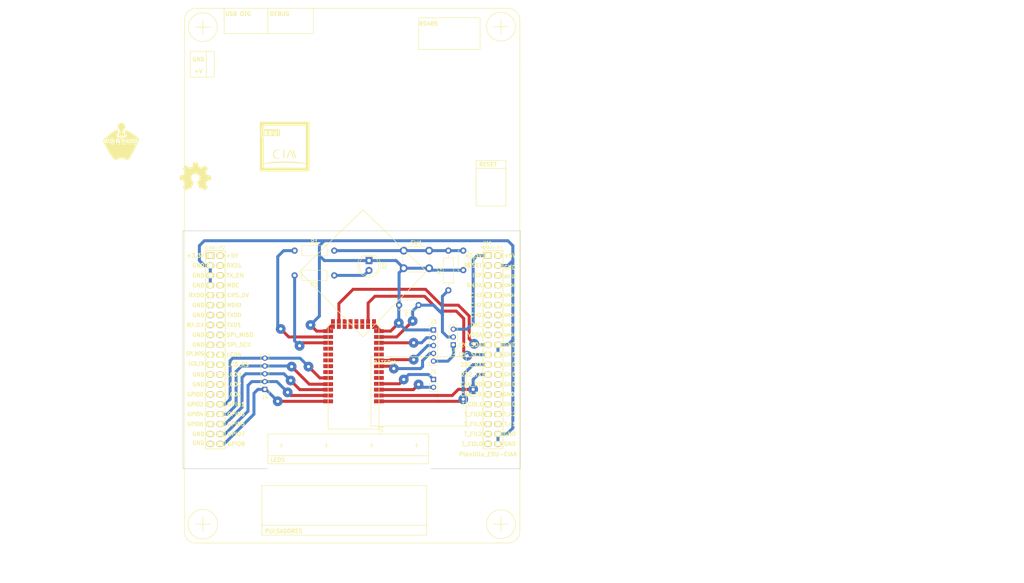
<source format=kicad_pcb>
(kicad_pcb (version 4) (host pcbnew 4.0.6-e0-6349~52~ubuntu17.04.1)

  (general
    (links 48)
    (no_connects 0)
    (area 64.059999 74.854999 150.570001 135.965001)
    (thickness 1.6)
    (drawings 35)
    (tracks 219)
    (zones 0)
    (modules 17)
    (nets 56)
  )

  (page A4)
  (title_block
    (title "Poncho Chico - Modelo - Ejemplo - Template")
    (date "lun 05 oct 2015")
    (rev 1.0)
    (company "Proyecto CIAA - COMPUTADORA INDUSTRIAL ABIERTA ARGENTINA")
    (comment 1 https://github.com/ciaa/Ponchos/tree/master/modelos/doc)
    (comment 2 "Autores y Licencia del template (Diego Brengi - UNLaM)")
    (comment 3 "Autor del poncho (COMPLETAR NOMBRE Y APELLIDO). Ver directorio \"doc\"")
    (comment 4 "CÓDIGO PONCHO:")
  )

  (layers
    (0 F.Cu signal)
    (31 B.Cu signal)
    (32 B.Adhes user)
    (33 F.Adhes user)
    (34 B.Paste user)
    (35 F.Paste user)
    (36 B.SilkS user)
    (37 F.SilkS user)
    (38 B.Mask user)
    (39 F.Mask user)
    (40 Dwgs.User user)
    (41 Cmts.User user)
    (42 Eco1.User user)
    (43 Eco2.User user)
    (44 Edge.Cuts user)
    (45 Margin user)
    (46 B.CrtYd user)
    (47 F.CrtYd user)
    (48 B.Fab user)
    (49 F.Fab user)
  )

  (setup
    (last_trace_width 0.762)
    (user_trace_width 0.508)
    (user_trace_width 0.635)
    (user_trace_width 0.762)
    (user_trace_width 1.016)
    (user_trace_width 1.27)
    (user_trace_width 1.524)
    (trace_clearance 0.508)
    (zone_clearance 0.508)
    (zone_45_only no)
    (trace_min 0.2)
    (segment_width 0.2)
    (edge_width 0.15)
    (via_size 2.5)
    (via_drill 0.8)
    (via_min_size 0.4)
    (via_min_drill 0.3)
    (uvia_size 2.5)
    (uvia_drill 0.8)
    (uvias_allowed no)
    (uvia_min_size 0)
    (uvia_min_drill 0)
    (pcb_text_width 0.3)
    (pcb_text_size 1.5 1.5)
    (mod_edge_width 0.15)
    (mod_text_size 0.000001 0.000001)
    (mod_text_width 0.15)
    (pad_size 1.4 1.4)
    (pad_drill 0.6)
    (pad_to_mask_clearance 0.2)
    (aux_axis_origin 0 0)
    (visible_elements 7FFEFF7F)
    (pcbplotparams
      (layerselection 0x00020_80000000)
      (usegerberextensions false)
      (excludeedgelayer false)
      (linewidth 0.100000)
      (plotframeref false)
      (viasonmask false)
      (mode 1)
      (useauxorigin false)
      (hpglpennumber 1)
      (hpglpenspeed 20)
      (hpglpendiameter 15)
      (hpglpenoverlay 2)
      (psnegative false)
      (psa4output false)
      (plotreference true)
      (plotvalue false)
      (plotinvisibletext false)
      (padsonsilk false)
      (subtractmaskfromsilk false)
      (outputformat 1)
      (mirror false)
      (drillshape 0)
      (scaleselection 1)
      (outputdirectory ""))
  )

  (net 0 "")
  (net 1 +3.3V)
  (net 2 GND)
  (net 3 /VCC)
  (net 4 "Net-(C2-Pad1)")
  (net 5 "Net-(D1-Pad2)")
  (net 6 /UART_RTS)
  (net 7 /UART_CTS)
  (net 8 "Net-(J2-Pad1)")
  (net 9 /Reset)
  (net 10 /DD)
  (net 11 /DC)
  (net 12 /P0)
  (net 13 /P1)
  (net 14 /P2)
  (net 15 /P3)
  (net 16 /P4)
  (net 17 /BTN)
  (net 18 /ST_LED)
  (net 19 /UART_TX)
  (net 20 /UART_RX)
  (net 21 "Net-(U1-Pad5)")
  (net 22 "Net-(U1-Pad6)")
  (net 23 "Net-(U1-Pad9)")
  (net 24 "Net-(U1-Pad10)")
  (net 25 /I2C_SCL)
  (net 26 "Net-(U1-Pad16)")
  (net 27 "Net-(U1-Pad17)")
  (net 28 "Net-(U1-Pad18)")
  (net 29 "Net-(U1-Pad19)")
  (net 30 /I2C_SDA)
  (net 31 "Net-(U1-Pad25)")
  (net 32 "Net-(U1-Pad26)")
  (net 33 "Net-(XA1-Pad24)")
  (net 34 "Net-(XA1-Pad26)")
  (net 35 "Net-(XA1-Pad28)")
  (net 36 "Net-(XA1-Pad32)")
  (net 37 "Net-(XA1-Pad30)")
  (net 38 "Net-(XA1-Pad41)")
  (net 39 "Net-(XA1-Pad51)")
  (net 40 "Net-(XA1-Pad53)")
  (net 41 "Net-(XA1-Pad57)")
  (net 42 "Net-(XA1-Pad59)")
  (net 43 "Net-(XA1-Pad65)")
  (net 44 "Net-(XA1-Pad67)")
  (net 45 "Net-(XA1-Pad2)")
  (net 46 "Net-(XA1-Pad42)")
  (net 47 "Net-(XA1-Pad77)")
  (net 48 "Net-(XA1-Pad79)")
  (net 49 "Net-(U1-Pad27)")
  (net 50 "Net-(U1-Pad28)")
  (net 51 "Net-(U1-Pad29)")
  (net 52 "Net-(XA1-Pad69)")
  (net 53 "Net-(XA1-Pad71)")
  (net 54 "Net-(XA1-Pad73)")
  (net 55 "Net-(XA1-Pad75)")

  (net_class Default "This is the default net class."
    (clearance 0.508)
    (trace_width 0.381)
    (via_dia 2.5)
    (via_drill 0.8)
    (uvia_dia 2.5)
    (uvia_drill 0.8)
    (add_net +3.3V)
    (add_net /BTN)
    (add_net /DC)
    (add_net /DD)
    (add_net /I2C_SCL)
    (add_net /I2C_SDA)
    (add_net /P0)
    (add_net /P1)
    (add_net /P2)
    (add_net /P3)
    (add_net /P4)
    (add_net /Reset)
    (add_net /ST_LED)
    (add_net /UART_CTS)
    (add_net /UART_RTS)
    (add_net /UART_RX)
    (add_net /UART_TX)
    (add_net /VCC)
    (add_net GND)
    (add_net "Net-(C2-Pad1)")
    (add_net "Net-(D1-Pad2)")
    (add_net "Net-(J2-Pad1)")
    (add_net "Net-(U1-Pad10)")
    (add_net "Net-(U1-Pad16)")
    (add_net "Net-(U1-Pad17)")
    (add_net "Net-(U1-Pad18)")
    (add_net "Net-(U1-Pad19)")
    (add_net "Net-(U1-Pad25)")
    (add_net "Net-(U1-Pad26)")
    (add_net "Net-(U1-Pad27)")
    (add_net "Net-(U1-Pad28)")
    (add_net "Net-(U1-Pad29)")
    (add_net "Net-(U1-Pad5)")
    (add_net "Net-(U1-Pad6)")
    (add_net "Net-(U1-Pad9)")
    (add_net "Net-(XA1-Pad2)")
    (add_net "Net-(XA1-Pad24)")
    (add_net "Net-(XA1-Pad26)")
    (add_net "Net-(XA1-Pad28)")
    (add_net "Net-(XA1-Pad30)")
    (add_net "Net-(XA1-Pad32)")
    (add_net "Net-(XA1-Pad41)")
    (add_net "Net-(XA1-Pad42)")
    (add_net "Net-(XA1-Pad51)")
    (add_net "Net-(XA1-Pad53)")
    (add_net "Net-(XA1-Pad57)")
    (add_net "Net-(XA1-Pad59)")
    (add_net "Net-(XA1-Pad65)")
    (add_net "Net-(XA1-Pad67)")
    (add_net "Net-(XA1-Pad69)")
    (add_net "Net-(XA1-Pad71)")
    (add_net "Net-(XA1-Pad73)")
    (add_net "Net-(XA1-Pad75)")
    (add_net "Net-(XA1-Pad77)")
    (add_net "Net-(XA1-Pad79)")
  )

  (module Poncho_Esqueleto:Plantilla_EDU-CIAA (layer F.Cu) (tedit 561303DB) (tstamp 5612E35E)
    (at 142.24 81.28)
    (tags "plantilla poncho EDU CIAA")
    (fp_text reference MP? (at -0.762 -2.032) (layer F.SilkS)
      (effects (font (size 0.8 0.8) (thickness 0.12)))
    )
    (fp_text value Plantilla_EDU-CIAA (at -0.03 50.9) (layer F.SilkS)
      (effects (font (size 1.016 1.016) (thickness 0.2032)))
    )
    (fp_circle (center -71.12 0) (end -70.612 0) (layer F.SilkS) (width 0.15))
    (fp_line (start -30.099 48.641) (end -30.226 48.641) (layer F.SilkS) (width 0.15))
    (fp_line (start -29.845 48.641) (end -30.099 48.641) (layer F.SilkS) (width 0.15))
    (fp_line (start -29.845 48.641) (end -29.464 48.641) (layer F.SilkS) (width 0.15))
    (fp_line (start -29.845 48.641) (end -29.845 49.149) (layer F.SilkS) (width 0.15))
    (fp_line (start -29.845 48.641) (end -29.845 48.006) (layer F.SilkS) (width 0.15))
    (fp_line (start -52.959 48.133) (end -52.959 48.006) (layer F.SilkS) (width 0.15))
    (fp_line (start -52.959 48.641) (end -53.34 48.641) (layer F.SilkS) (width 0.15))
    (fp_line (start -52.959 48.641) (end -52.578 48.641) (layer F.SilkS) (width 0.15))
    (fp_line (start -52.959 48.641) (end -52.959 49.149) (layer F.SilkS) (width 0.15))
    (fp_line (start -52.959 48.641) (end -52.959 48.133) (layer F.SilkS) (width 0.15))
    (fp_line (start -41.656 48.641) (end -41.783 48.641) (layer F.SilkS) (width 0.15))
    (fp_line (start -41.402 48.641) (end -41.656 48.641) (layer F.SilkS) (width 0.15))
    (fp_line (start -41.402 48.641) (end -41.021 48.641) (layer F.SilkS) (width 0.15))
    (fp_line (start -41.402 48.641) (end -41.402 49.149) (layer F.SilkS) (width 0.15))
    (fp_line (start -41.402 48.641) (end -41.402 48.006) (layer F.SilkS) (width 0.15))
    (fp_line (start -18.288 48.641) (end -18.669 48.641) (layer F.SilkS) (width 0.15))
    (fp_line (start -18.288 48.641) (end -17.907 48.641) (layer F.SilkS) (width 0.15))
    (fp_line (start -18.288 48.641) (end -18.288 49.149) (layer F.SilkS) (width 0.15))
    (fp_line (start -18.288 48.641) (end -18.288 48.006) (layer F.SilkS) (width 0.15))
    (fp_line (start -73.025 68.834) (end -74.93 68.834) (layer F.SilkS) (width 0.15))
    (fp_line (start -73.025 68.834) (end -71.12 68.834) (layer F.SilkS) (width 0.15))
    (fp_line (start -73.025 68.834) (end -73.025 70.739) (layer F.SilkS) (width 0.15))
    (fp_line (start -73.025 68.834) (end -73.025 66.929) (layer F.SilkS) (width 0.15))
    (fp_circle (center -73.025 68.834) (end -72.136 65.151) (layer F.SilkS) (width 0.15))
    (fp_circle (center 3.302 68.834) (end 6.858 69.85) (layer F.SilkS) (width 0.15))
    (fp_line (start 3.302 68.834) (end 5.207 68.834) (layer F.SilkS) (width 0.15))
    (fp_line (start 3.302 68.834) (end 1.397 68.834) (layer F.SilkS) (width 0.15))
    (fp_line (start 3.302 68.834) (end 3.302 70.739) (layer F.SilkS) (width 0.15))
    (fp_line (start 3.302 68.834) (end 3.302 66.929) (layer F.SilkS) (width 0.15))
    (fp_line (start 3.302 -58.674) (end 1.397 -58.674) (layer F.SilkS) (width 0.15))
    (fp_line (start 3.302 -58.674) (end 5.207 -58.674) (layer F.SilkS) (width 0.15))
    (fp_line (start 3.302 -58.674) (end 3.302 -56.769) (layer F.SilkS) (width 0.15))
    (fp_line (start 3.302 -58.674) (end 3.302 -60.579) (layer F.SilkS) (width 0.15))
    (fp_circle (center 3.302 -58.674) (end 6.731 -57.277) (layer F.SilkS) (width 0.15))
    (fp_circle (center -73.025 -58.547) (end -69.469 -59.563) (layer F.SilkS) (width 0.15))
    (fp_line (start -73.025 -58.547) (end -74.93 -58.547) (layer F.SilkS) (width 0.15))
    (fp_line (start -73.025 -58.547) (end -71.12 -58.547) (layer F.SilkS) (width 0.15))
    (fp_line (start -73.025 -58.547) (end -73.025 -56.642) (layer F.SilkS) (width 0.15))
    (fp_line (start -73.025 -58.547) (end -73.025 -60.452) (layer F.SilkS) (width 0.15))
    (fp_circle (center 0 0) (end 0.508 0) (layer F.SilkS) (width 0.15))
    (fp_line (start -72.136 -45.72) (end -70.104 -45.72) (layer F.SilkS) (width 0.15))
    (fp_line (start -70.104 -45.72) (end -70.104 -52.324) (layer F.SilkS) (width 0.15))
    (fp_line (start -70.104 -52.324) (end -72.136 -52.324) (layer F.SilkS) (width 0.15))
    (fp_text user GND (at -74.168 -50.292) (layer F.SilkS)
      (effects (font (size 1 1) (thickness 0.2)))
    )
    (fp_text user +V (at -74.168 -47.244) (layer F.SilkS)
      (effects (font (size 1 1) (thickness 0.2)))
    )
    (fp_line (start -76.2 -45.72) (end -72.136 -45.72) (layer F.SilkS) (width 0.15))
    (fp_line (start -72.136 -45.72) (end -72.136 -52.324) (layer F.SilkS) (width 0.15))
    (fp_line (start -72.136 -52.324) (end -76.2 -52.324) (layer F.SilkS) (width 0.15))
    (fp_line (start -76.2 -52.324) (end -76.2 -45.72) (layer F.SilkS) (width 0.15))
    (fp_text user DEBUG (at -53.34 -61.976) (layer F.SilkS)
      (effects (font (size 1 1) (thickness 0.2)))
    )
    (fp_text user "USB OTG" (at -64.008 -61.976) (layer F.SilkS)
      (effects (font (size 1 1) (thickness 0.2)))
    )
    (fp_line (start -56.388 -56.896) (end -56.388 -63.5) (layer F.SilkS) (width 0.15))
    (fp_line (start -44.704 -62.992) (end -44.704 -63.5) (layer F.SilkS) (width 0.15))
    (fp_line (start -67.564 -56.896) (end -67.564 -62.992) (layer F.SilkS) (width 0.15))
    (fp_line (start -67.564 -62.992) (end -67.564 -63.5) (layer F.SilkS) (width 0.15))
    (fp_line (start -44.704 -62.992) (end -44.704 -56.896) (layer F.SilkS) (width 0.15))
    (fp_line (start -44.704 -56.896) (end -59.436 -56.896) (layer F.SilkS) (width 0.15))
    (fp_line (start -67.564 -56.896) (end -59.436 -56.896) (layer F.SilkS) (width 0.15))
    (fp_text user RS485 (at -15.24 -59.436) (layer F.SilkS)
      (effects (font (size 1 1) (thickness 0.2)))
    )
    (fp_line (start -17.78 -52.832) (end -2.032 -52.832) (layer F.SilkS) (width 0.15))
    (fp_line (start -2.032 -52.832) (end -2.032 -60.96) (layer F.SilkS) (width 0.15))
    (fp_line (start -2.032 -60.96) (end -17.78 -60.96) (layer F.SilkS) (width 0.15))
    (fp_line (start -17.78 -60.96) (end -17.78 -52.832) (layer F.SilkS) (width 0.15))
    (fp_line (start -32.004 20.828) (end -48.26 4.064) (layer F.SilkS) (width 0.15))
    (fp_line (start -48.26 4.064) (end -32.004 -11.684) (layer F.SilkS) (width 0.15))
    (fp_line (start -32.004 -11.684) (end -15.748 4.064) (layer F.SilkS) (width 0.15))
    (fp_line (start -15.748 4.064) (end -32.004 20.828) (layer F.SilkS) (width 0.15))
    (fp_text user RESET (at 0 -23.368) (layer F.SilkS)
      (effects (font (size 1 1) (thickness 0.2)))
    )
    (fp_line (start -57.912 71.628) (end -57.912 69.088) (layer F.SilkS) (width 0.15))
    (fp_line (start -57.912 71.628) (end -15.748 71.628) (layer F.SilkS) (width 0.15))
    (fp_line (start -15.748 71.628) (end -15.748 69.088) (layer F.SilkS) (width 0.15))
    (fp_line (start -57.912 69.088) (end -15.748 69.088) (layer F.SilkS) (width 0.15))
    (fp_line (start -56.388 53.34) (end -56.388 51.308) (layer F.SilkS) (width 0.15))
    (fp_line (start -56.388 53.34) (end -15.24 53.34) (layer F.SilkS) (width 0.15))
    (fp_line (start -15.24 53.34) (end -15.24 51.308) (layer F.SilkS) (width 0.15))
    (fp_line (start 4.572 -22.352) (end -3.048 -22.352) (layer F.SilkS) (width 0.15))
    (fp_line (start -3.048 -12.7) (end 4.572 -12.7) (layer F.SilkS) (width 0.15))
    (fp_line (start 4.572 -12.7) (end 4.572 -24.384) (layer F.SilkS) (width 0.15))
    (fp_line (start 4.572 -24.384) (end -3.048 -24.384) (layer F.SilkS) (width 0.15))
    (fp_line (start -3.048 -24.384) (end -3.048 -12.7) (layer F.SilkS) (width 0.15))
    (fp_text user BATERIA (at -26.416 27.432) (layer F.SilkS)
      (effects (font (size 1 1) (thickness 0.2)))
    )
    (fp_line (start -29.972 43.688) (end -5.588 43.688) (layer F.SilkS) (width 0.15))
    (fp_line (start -5.588 43.688) (end -5.588 25.908) (layer F.SilkS) (width 0.15))
    (fp_line (start -5.588 25.908) (end -29.972 25.908) (layer F.SilkS) (width 0.15))
    (fp_line (start -29.972 25.908) (end -29.972 43.688) (layer F.SilkS) (width 0.15))
    (fp_text user LEDS (at -53.848 52.324) (layer F.SilkS)
      (effects (font (size 1 1) (thickness 0.2)))
    )
    (fp_line (start -56.388 51.308) (end -15.24 51.308) (layer F.SilkS) (width 0.15))
    (fp_line (start -15.24 51.308) (end -15.24 45.72) (layer F.SilkS) (width 0.15))
    (fp_line (start -15.24 45.72) (end -56.388 45.72) (layer F.SilkS) (width 0.15))
    (fp_line (start -56.388 45.72) (end -56.388 51.308) (layer F.SilkS) (width 0.15))
    (fp_text user PULSADORES (at -52.324 70.612) (layer F.SilkS)
      (effects (font (size 1 1) (thickness 0.2)))
    )
    (fp_line (start -15.748 69.596) (end -15.748 58.928) (layer F.SilkS) (width 0.15))
    (fp_line (start -15.748 58.928) (end -57.912 58.928) (layer F.SilkS) (width 0.15))
    (fp_line (start -57.912 58.928) (end -57.912 69.596) (layer F.SilkS) (width 0.15))
    (fp_line (start -77.724 49.276) (end -77.724 -1.27) (layer F.SilkS) (width 0.15))
    (fp_arc (start -74.803 70.739) (end -74.93 73.66) (angle 90) (layer F.SilkS) (width 0.15))
    (fp_arc (start 5.08 70.612) (end 8.128 70.485) (angle 90) (layer F.SilkS) (width 0.15))
    (fp_arc (start 5.207 -60.452) (end 5.207 -63.373) (angle 90) (layer F.SilkS) (width 0.15))
    (fp_line (start -77.724 -60.706) (end -77.724 -56.769) (layer F.SilkS) (width 0.15))
    (fp_line (start -72.263 -63.373) (end -74.295 -63.373) (layer F.SilkS) (width 0.15))
    (fp_arc (start -74.676 -60.325) (end -77.724 -60.706) (angle 90) (layer F.SilkS) (width 0.15))
    (fp_line (start 5.461 -63.373) (end 4.826 -63.373) (layer F.SilkS) (width 0.15))
    (fp_line (start 8.128 -60.579) (end 8.128 -60.706) (layer F.SilkS) (width 0.15))
    (fp_line (start 8.128 -60.706) (end 8.128 -60.452) (layer F.SilkS) (width 0.15))
    (fp_line (start 3.937 -63.373) (end 4.826 -63.373) (layer F.SilkS) (width 0.15))
    (fp_line (start 0 -63.373) (end 3.937 -63.373) (layer F.SilkS) (width 0.15))
    (fp_line (start 8.128 -58.293) (end 8.128 -60.579) (layer F.SilkS) (width 0.15))
    (fp_line (start 0 -63.373) (end -8.636 -63.373) (layer F.SilkS) (width 0.15))
    (fp_line (start -8.636 -63.373) (end -72.136 -63.373) (layer F.SilkS) (width 0.15))
    (fp_line (start -77.724 -1.27) (end -77.724 -56.769) (layer F.SilkS) (width 0.15))
    (fp_line (start 8.128 -1.27) (end 8.128 -10.16) (layer F.SilkS) (width 0.15))
    (fp_line (start 8.128 -10.16) (end 8.128 -27.432) (layer F.SilkS) (width 0.15))
    (fp_line (start 8.128 -27.432) (end 8.128 -48.26) (layer F.SilkS) (width 0.15))
    (fp_line (start 8.128 -48.26) (end 8.128 -55.499) (layer F.SilkS) (width 0.15))
    (fp_line (start 8.128 -55.499) (end 8.128 -58.293) (layer F.SilkS) (width 0.15))
    (fp_line (start -77.724 70.612) (end -77.724 70.104) (layer F.SilkS) (width 0.15))
    (fp_line (start -74.422 73.66) (end -74.93 73.66) (layer F.SilkS) (width 0.15))
    (fp_line (start -73.025 73.66) (end -74.422 73.66) (layer F.SilkS) (width 0.15))
    (fp_line (start -77.724 67.056) (end -77.724 70.104) (layer F.SilkS) (width 0.15))
    (fp_line (start 3.302 73.66) (end 5.207 73.66) (layer F.SilkS) (width 0.15))
    (fp_line (start 8.128 66.802) (end 8.128 70.485) (layer F.SilkS) (width 0.15))
    (fp_line (start 8.128 49.403) (end 8.128 66.802) (layer F.SilkS) (width 0.15))
    (fp_line (start -77.724 49.403) (end -77.724 67.056) (layer F.SilkS) (width 0.15))
    (fp_line (start 3.302 73.66) (end -73.025 73.66) (layer F.SilkS) (width 0.15))
    (fp_line (start 8.128 0) (end 8.128 -1.27) (layer F.SilkS) (width 0.15))
    (fp_line (start 8.128 0) (end 8.128 49.53) (layer F.SilkS) (width 0.15))
    (fp_line (start -72.39 0) (end -72.39 -1.27) (layer F.SilkS) (width 0.15))
    (fp_line (start -72.39 -1.27) (end -67.31 -1.27) (layer F.SilkS) (width 0.15))
    (fp_line (start -67.31 -1.27) (end -67.31 49.53) (layer F.SilkS) (width 0.15))
    (fp_line (start -67.31 49.53) (end -72.39 49.53) (layer F.SilkS) (width 0.15))
    (fp_line (start -72.39 49.53) (end -72.39 0) (layer F.SilkS) (width 0.15))
    (fp_line (start -1.27 49.53) (end -1.27 -1.27) (layer F.SilkS) (width 0.15))
    (fp_line (start 3.81 49.53) (end 3.81 -1.27) (layer F.SilkS) (width 0.15))
    (fp_line (start 3.81 49.53) (end -1.27 49.53) (layer F.SilkS) (width 0.15))
    (fp_line (start 3.81 -1.27) (end -1.27 -1.27) (layer F.SilkS) (width 0.15))
  )

  (module HM-10:Conn_Poncho_Chico locked (layer F.Cu) (tedit 590FA37D) (tstamp 590FAB84)
    (at 142.24 81.28)
    (tags "CONN Poncho")
    (path /560E54EF)
    (fp_text reference XA1 (at -0.127 -3.302) (layer F.SilkS)
      (effects (font (size 0.8 0.8) (thickness 0.12)))
    )
    (fp_text value Conn_PonchoMP_2x_20x2 (at -1.905 51.181) (layer F.SilkS) hide
      (effects (font (size 1.016 1.016) (thickness 0.2032)))
    )
    (fp_line (start -58.42 54.61) (end -78.105 54.61) (layer Dwgs.User) (width 0.15))
    (fp_line (start 8.255 54.61) (end -10.16 54.61) (layer Dwgs.User) (width 0.15))
    (fp_line (start -58.42 39.37) (end -10.16 39.37) (layer Dwgs.User) (width 0.15))
    (fp_line (start -10.16 54.61) (end -10.16 39.37) (layer Dwgs.User) (width 0.15))
    (fp_line (start -58.42 54.61) (end -58.42 39.37) (layer Dwgs.User) (width 0.15))
    (fp_line (start -78.105 54.61) (end -78.105 -6.35) (layer Dwgs.User) (width 0.15))
    (fp_line (start 8.255 54.61) (end 8.255 -6.35) (layer Dwgs.User) (width 0.15))
    (fp_line (start 8.255 -6.35) (end -78.105 -6.35) (layer Dwgs.User) (width 0.15))
    (fp_text user GPIO8 (at -64.516 48.26) (layer F.SilkS)
      (effects (font (size 1 1) (thickness 0.2)))
    )
    (fp_text user GPIO7 (at -64.516 45.72) (layer F.SilkS)
      (effects (font (size 1 1) (thickness 0.2)))
    )
    (fp_text user GPIO5 (at -64.516 43.18) (layer F.SilkS)
      (effects (font (size 1 1) (thickness 0.2)))
    )
    (fp_text user GPIO3 (at -64.516 40.64) (layer F.SilkS)
      (effects (font (size 1 1) (thickness 0.2)))
    )
    (fp_text user GPIO1 (at -64.516 38.1) (layer F.SilkS)
      (effects (font (size 1 1) (thickness 0.2)))
    )
    (fp_text user LCD1 (at -65.024 35.56) (layer F.SilkS)
      (effects (font (size 1 1) (thickness 0.2)))
    )
    (fp_text user LCD2 (at -65.024 33.02) (layer F.SilkS)
      (effects (font (size 1 1) (thickness 0.2)))
    )
    (fp_text user LCD3 (at -65.024 30.48) (layer F.SilkS)
      (effects (font (size 1 1) (thickness 0.2)))
    )
    (fp_text user LCD_RS (at -64.008 27.94) (layer F.SilkS)
      (effects (font (size 1 1) (thickness 0.2)))
    )
    (fp_text user LCD4 (at -65.024 25.4) (layer F.SilkS)
      (effects (font (size 1 1) (thickness 0.2)))
    )
    (fp_text user SPI_SCK (at -63.754 22.86) (layer F.SilkS)
      (effects (font (size 1 1) (thickness 0.2)))
    )
    (fp_text user SPI_MISO (at -63.5 20.32) (layer F.SilkS)
      (effects (font (size 1 1) (thickness 0.2)))
    )
    (fp_text user TXD1 (at -65.024 17.78) (layer F.SilkS)
      (effects (font (size 1 1) (thickness 0.2)))
    )
    (fp_text user TXD0 (at -65.024 15.24) (layer F.SilkS)
      (effects (font (size 1 1) (thickness 0.2)))
    )
    (fp_text user MDIO (at -65.024 12.7) (layer F.SilkS)
      (effects (font (size 1 1) (thickness 0.2)))
    )
    (fp_text user CRS_DV (at -64.008 10.16) (layer F.SilkS)
      (effects (font (size 1 1) (thickness 0.2)))
    )
    (fp_text user MDC (at -65.278 7.62) (layer F.SilkS)
      (effects (font (size 1 1) (thickness 0.2)))
    )
    (fp_text user TX_EN (at -64.77 5.08) (layer F.SilkS)
      (effects (font (size 1 1) (thickness 0.2)))
    )
    (fp_text user RXD1 (at -65.024 2.54) (layer F.SilkS)
      (effects (font (size 1 1) (thickness 0.2)))
    )
    (fp_text user +5V (at -65.532 0) (layer F.SilkS)
      (effects (font (size 1 1) (thickness 0.2)))
    )
    (fp_text user GND (at -74.168 48.006) (layer F.SilkS)
      (effects (font (size 1 1) (thickness 0.2)))
    )
    (fp_text user GND (at -74.168 45.72) (layer F.SilkS)
      (effects (font (size 1 1) (thickness 0.2)))
    )
    (fp_text user GPIO6 (at -74.93 43.18) (layer F.SilkS)
      (effects (font (size 1 0.9) (thickness 0.2)))
    )
    (fp_text user GPIO4 (at -74.93 40.64) (layer F.SilkS)
      (effects (font (size 1 0.9) (thickness 0.2)))
    )
    (fp_text user GPIO2 (at -74.93 38.1) (layer F.SilkS)
      (effects (font (size 1 0.9) (thickness 0.2)))
    )
    (fp_text user GPIO0 (at -74.93 35.56) (layer F.SilkS)
      (effects (font (size 1 0.9) (thickness 0.2)))
    )
    (fp_text user GND (at -74.168 33.02) (layer F.SilkS)
      (effects (font (size 1 1) (thickness 0.2)))
    )
    (fp_text user GND (at -74.168 30.48) (layer F.SilkS)
      (effects (font (size 1 1) (thickness 0.2)))
    )
    (fp_text user LCD_EN (at -74.676 27.686) (layer F.SilkS)
      (effects (font (size 1 0.7) (thickness 0.17)))
    )
    (fp_text user SPI_MOSI (at -74.93 25.146) (layer F.SilkS)
      (effects (font (size 1 0.7) (thickness 0.17)))
    )
    (fp_text user GND (at -74.168 22.86) (layer F.SilkS)
      (effects (font (size 1 1) (thickness 0.2)))
    )
    (fp_text user GND (at -74.168 20.32) (layer F.SilkS)
      (effects (font (size 1 1) (thickness 0.2)))
    )
    (fp_text user REF_CLK (at -74.93 17.78) (layer F.SilkS)
      (effects (font (size 0.9 0.7) (thickness 0.175)))
    )
    (fp_text user GND (at -74.168 15.24) (layer F.SilkS)
      (effects (font (size 1 1) (thickness 0.2)))
    )
    (fp_text user GND (at -74.168 12.7) (layer F.SilkS)
      (effects (font (size 1 1) (thickness 0.2)))
    )
    (fp_text user GND (at -74.168 7.62) (layer F.SilkS)
      (effects (font (size 1 1) (thickness 0.2)))
    )
    (fp_text user RXD0 (at -74.676 10.16) (layer F.SilkS)
      (effects (font (size 1 1) (thickness 0.2)))
    )
    (fp_text user GND (at -74.168 5.08) (layer F.SilkS)
      (effects (font (size 1 1) (thickness 0.2)))
    )
    (fp_text user GND (at -74.168 2.54) (layer F.SilkS)
      (effects (font (size 1 1) (thickness 0.2)))
    )
    (fp_text user +3.3V (at -74.93 0) (layer F.SilkS)
      (effects (font (size 1 1) (thickness 0.2)))
    )
    (fp_text user GND (at 5.588 48.26) (layer F.SilkS)
      (effects (font (size 1 1) (thickness 0.2)))
    )
    (fp_text user GND (at 5.588 45.72) (layer F.SilkS)
      (effects (font (size 1 1) (thickness 0.2)))
    )
    (fp_text user T_F1 (at 5.588 43.18) (layer F.SilkS)
      (effects (font (size 0.9 0.9) (thickness 0.18)))
    )
    (fp_text user T_C2 (at 5.588 40.64) (layer F.SilkS)
      (effects (font (size 0.9 0.9) (thickness 0.18)))
    )
    (fp_text user GND (at 5.588 38.1) (layer F.SilkS)
      (effects (font (size 1 1) (thickness 0.2)))
    )
    (fp_text user GND (at 5.334 35.56) (layer F.SilkS)
      (effects (font (size 1 1) (thickness 0.2)))
    )
    (fp_text user GND (at 5.588 33.02) (layer F.SilkS)
      (effects (font (size 1 1) (thickness 0.2)))
    )
    (fp_text user GND (at 5.588 30.48) (layer F.SilkS)
      (effects (font (size 1 1) (thickness 0.2)))
    )
    (fp_text user GND (at 5.588 27.94) (layer F.SilkS)
      (effects (font (size 1 1) (thickness 0.2)))
    )
    (fp_text user GND (at 5.588 25.4) (layer F.SilkS)
      (effects (font (size 1 1) (thickness 0.2)))
    )
    (fp_text user GND (at 5.588 22.86) (layer F.SilkS)
      (effects (font (size 1 1) (thickness 0.2)))
    )
    (fp_text user GNDA (at 5.588 20.32) (layer F.SilkS)
      (effects (font (size 0.76 0.76) (thickness 0.19)))
    )
    (fp_text user GNDA (at 5.588 17.78) (layer F.SilkS)
      (effects (font (size 0.76 0.76) (thickness 0.19)))
    )
    (fp_text user GNDA (at 5.588 15.24) (layer F.SilkS)
      (effects (font (size 0.76 0.76) (thickness 0.19)))
    )
    (fp_text user GNDA (at 5.588 12.7) (layer F.SilkS)
      (effects (font (size 0.76 0.76) (thickness 0.19)))
    )
    (fp_text user GNDA (at 5.588 10.16) (layer F.SilkS)
      (effects (font (size 0.76 0.76) (thickness 0.19)))
    )
    (fp_text user GNDA (at 5.588 7.62) (layer F.SilkS)
      (effects (font (size 0.76 0.76) (thickness 0.19)))
    )
    (fp_text user WAKEUP (at 5.588 5.334) (layer F.SilkS)
      (effects (font (size 1 0.5) (thickness 0.125)))
    )
    (fp_text user GND (at 5.588 3.048) (layer F.SilkS)
      (effects (font (size 1 1) (thickness 0.2)))
    )
    (fp_text user +5V (at 5.588 0) (layer F.SilkS)
      (effects (font (size 1 1) (thickness 0.2)))
    )
    (fp_text user T_COL0 (at -4.064 48.26) (layer F.SilkS)
      (effects (font (size 1 1) (thickness 0.2)))
    )
    (fp_text user T_FIL2 (at -3.81 45.72) (layer F.SilkS)
      (effects (font (size 1 1) (thickness 0.2)))
    )
    (fp_text user T_FIL3 (at -3.81 43.18) (layer F.SilkS)
      (effects (font (size 1 1) (thickness 0.2)))
    )
    (fp_text user T_FIL0 (at -3.81 40.64) (layer F.SilkS)
      (effects (font (size 1 1) (thickness 0.2)))
    )
    (fp_text user T_COL1 (at -4.064 38.1) (layer F.SilkS)
      (effects (font (size 1 1) (thickness 0.2)))
    )
    (fp_text user CAN_TD (at -4.318 35.56) (layer F.SilkS)
      (effects (font (size 1 1) (thickness 0.2)))
    )
    (fp_text user CAN_RD (at -4.318 33.02) (layer F.SilkS)
      (effects (font (size 1 1) (thickness 0.2)))
    )
    (fp_text user 232_TX (at -4.318 30.48) (layer F.SilkS)
      (effects (font (size 1 1) (thickness 0.2)))
    )
    (fp_text user 232_RX (at -4.318 27.94) (layer F.SilkS)
      (effects (font (size 1 1) (thickness 0.2)))
    )
    (fp_text user I2C_SCL (at -4.572 25.4) (layer F.SilkS)
      (effects (font (size 1 1) (thickness 0.2)))
    )
    (fp_text user I2C_SDA (at -4.572 22.86) (layer F.SilkS)
      (effects (font (size 1 1) (thickness 0.2)))
    )
    (fp_text user VDDA (at -3.302 20.32) (layer F.SilkS)
      (effects (font (size 1 1) (thickness 0.2)))
    )
    (fp_text user DAC (at -3.048 17.78) (layer F.SilkS)
      (effects (font (size 1 1) (thickness 0.2)))
    )
    (fp_text user CH1 (at -3.048 15.24) (layer F.SilkS)
      (effects (font (size 1 1) (thickness 0.2)))
    )
    (fp_text user CH2 (at -3.048 12.7) (layer F.SilkS)
      (effects (font (size 1 1) (thickness 0.2)))
    )
    (fp_text user CH3 (at -3.048 10.16) (layer F.SilkS)
      (effects (font (size 1 1) (thickness 0.2)))
    )
    (fp_text user GNDA (at -3.556 7.62) (layer F.SilkS)
      (effects (font (size 1 1) (thickness 0.2)))
    )
    (fp_text user ISP (at -2.794 5.08) (layer F.SilkS)
      (effects (font (size 1 1) (thickness 0.2)))
    )
    (fp_text user RESET (at -3.81 2.54) (layer F.SilkS)
      (effects (font (size 1 1) (thickness 0.2)))
    )
    (fp_text user CIAA-P2 (at -69.85 -2.032) (layer F.SilkS)
      (effects (font (size 0.8 0.8) (thickness 0.12)))
    )
    (fp_text user CIAA-P1 (at 1.27 -2.032) (layer F.SilkS)
      (effects (font (size 0.8 0.8) (thickness 0.12)))
    )
    (fp_text user +3.3V (at -3.81 0) (layer F.SilkS)
      (effects (font (size 1 1) (thickness 0.2)))
    )
    (fp_line (start -72.39 0) (end -72.39 -1.27) (layer F.SilkS) (width 0.15))
    (fp_line (start -72.39 -1.27) (end -67.31 -1.27) (layer F.SilkS) (width 0.15))
    (fp_line (start -67.31 -1.27) (end -67.31 49.53) (layer F.SilkS) (width 0.15))
    (fp_line (start -67.31 49.53) (end -72.39 49.53) (layer F.SilkS) (width 0.15))
    (fp_line (start -72.39 49.53) (end -72.39 0) (layer F.SilkS) (width 0.15))
    (fp_line (start -1.27 49.53) (end -1.27 -1.27) (layer F.SilkS) (width 0.15))
    (fp_line (start 3.81 49.53) (end 3.81 -1.27) (layer F.SilkS) (width 0.15))
    (fp_line (start 3.81 49.53) (end -1.27 49.53) (layer F.SilkS) (width 0.15))
    (fp_line (start 3.81 -1.27) (end -1.27 -1.27) (layer F.SilkS) (width 0.15))
    (pad 1 thru_hole rect (at 0 0 270) (size 1.524 2) (drill 1.016) (layers *.Cu *.Mask F.SilkS)
      (net 1 +3.3V))
    (pad 2 thru_hole oval (at 2.54 0 270) (size 1.524 2) (drill 1.016) (layers *.Cu *.Mask F.SilkS)
      (net 45 "Net-(XA1-Pad2)"))
    (pad 11 thru_hole oval (at 0 12.7 270) (size 1.524 2) (drill 1.016) (layers *.Cu *.Mask F.SilkS))
    (pad 4 thru_hole oval (at 2.54 2.54 270) (size 1.524 2) (drill 1.016) (layers *.Cu *.Mask F.SilkS)
      (net 2 GND))
    (pad 13 thru_hole oval (at 0 15.24 270) (size 1.524 2) (drill 1.016) (layers *.Cu *.Mask F.SilkS))
    (pad 6 thru_hole oval (at 2.54 5.08 270) (size 1.524 2) (drill 1.016) (layers *.Cu *.Mask F.SilkS))
    (pad 15 thru_hole oval (at 0 17.78 270) (size 1.524 2) (drill 1.016) (layers *.Cu *.Mask F.SilkS))
    (pad 8 thru_hole oval (at 2.54 7.62 270) (size 1.524 2) (drill 1.016) (layers *.Cu *.Mask F.SilkS))
    (pad 17 thru_hole oval (at 0 20.32 270) (size 1.524 2) (drill 1.016) (layers *.Cu *.Mask F.SilkS))
    (pad 10 thru_hole oval (at 2.54 10.16 270) (size 1.524 2) (drill 1.016) (layers *.Cu *.Mask F.SilkS))
    (pad 19 thru_hole oval (at 0 22.86 270) (size 1.524 2) (drill 1.016) (layers *.Cu *.Mask F.SilkS)
      (net 30 /I2C_SDA))
    (pad 12 thru_hole oval (at 2.54 12.7 270) (size 1.524 2) (drill 1.016) (layers *.Cu *.Mask F.SilkS))
    (pad 21 thru_hole oval (at 0 25.4 270) (size 1.524 2) (drill 1.016) (layers *.Cu *.Mask F.SilkS)
      (net 25 /I2C_SCL))
    (pad 14 thru_hole oval (at 2.54 15.24 270) (size 1.524 2) (drill 1.016) (layers *.Cu *.Mask F.SilkS))
    (pad 23 thru_hole oval (at 0 27.94 270) (size 1.524 2) (drill 1.016) (layers *.Cu *.Mask F.SilkS)
      (net 19 /UART_TX))
    (pad 16 thru_hole oval (at 2.54 17.78 270) (size 1.524 2) (drill 1.016) (layers *.Cu *.Mask F.SilkS))
    (pad 25 thru_hole oval (at 0 30.48 270) (size 1.524 2) (drill 1.016) (layers *.Cu *.Mask F.SilkS)
      (net 20 /UART_RX))
    (pad 18 thru_hole oval (at 2.54 20.32 270) (size 1.524 2) (drill 1.016) (layers *.Cu *.Mask F.SilkS))
    (pad 27 thru_hole oval (at 0 33.02 270) (size 1.524 2) (drill 1.016) (layers *.Cu *.Mask F.SilkS))
    (pad 20 thru_hole oval (at 2.54 22.86 270) (size 1.524 2) (drill 1.016) (layers *.Cu *.Mask F.SilkS)
      (net 2 GND))
    (pad 29 thru_hole oval (at 0 35.56 270) (size 1.524 2) (drill 1.016) (layers *.Cu *.Mask F.SilkS))
    (pad 22 thru_hole oval (at 2.54 25.4 270) (size 1.524 2) (drill 1.016) (layers *.Cu *.Mask F.SilkS)
      (net 2 GND))
    (pad 31 thru_hole oval (at 0 38.1 270) (size 1.524 2) (drill 1.016) (layers *.Cu *.Mask F.SilkS))
    (pad 24 thru_hole oval (at 2.54 27.94 270) (size 1.524 2) (drill 1.016) (layers *.Cu *.Mask F.SilkS)
      (net 33 "Net-(XA1-Pad24)"))
    (pad 26 thru_hole oval (at 2.54 30.48 270) (size 1.524 2) (drill 1.016) (layers *.Cu *.Mask F.SilkS)
      (net 34 "Net-(XA1-Pad26)"))
    (pad 33 thru_hole oval (at 0 40.64 270) (size 1.524 2) (drill 1.016) (layers *.Cu *.Mask F.SilkS))
    (pad 28 thru_hole oval (at 2.54 33.02 270) (size 1.524 2) (drill 1.016) (layers *.Cu *.Mask F.SilkS)
      (net 35 "Net-(XA1-Pad28)"))
    (pad 32 thru_hole oval (at 2.54 38.1 270) (size 1.524 2) (drill 1.016) (layers *.Cu *.Mask F.SilkS)
      (net 36 "Net-(XA1-Pad32)"))
    (pad 34 thru_hole oval (at 2.54 40.64 270) (size 1.524 2) (drill 1.016) (layers *.Cu *.Mask F.SilkS))
    (pad 36 thru_hole oval (at 2.54 43.18 270) (size 1.524 2) (drill 1.016) (layers *.Cu *.Mask F.SilkS))
    (pad 38 thru_hole oval (at 2.54 45.72 270) (size 1.524 2) (drill 1.016) (layers *.Cu *.Mask F.SilkS)
      (net 2 GND))
    (pad 35 thru_hole oval (at 0 43.18 270) (size 1.524 2) (drill 1.016) (layers *.Cu *.Mask F.SilkS))
    (pad 37 thru_hole oval (at 0 45.72 270) (size 1.524 2) (drill 1.016) (layers *.Cu *.Mask F.SilkS))
    (pad 3 thru_hole oval (at 0 2.54 270) (size 1.524 2) (drill 1.016) (layers *.Cu *.Mask F.SilkS))
    (pad 5 thru_hole oval (at 0 5.08 270) (size 1.524 2) (drill 1.016) (layers *.Cu *.Mask F.SilkS))
    (pad 7 thru_hole oval (at 0 7.62 270) (size 1.524 2) (drill 1.016) (layers *.Cu *.Mask F.SilkS))
    (pad 9 thru_hole oval (at 0 10.16 270) (size 1.524 2) (drill 1.016) (layers *.Cu *.Mask F.SilkS))
    (pad 39 thru_hole oval (at 0 48.26 270) (size 1.524 2) (drill 1.016) (layers *.Cu *.Mask F.SilkS))
    (pad 40 thru_hole oval (at 2.54 48.26 270) (size 1.524 2) (drill 1.016) (layers *.Cu *.Mask F.SilkS)
      (net 2 GND))
    (pad 30 thru_hole oval (at 2.54 35.56 270) (size 1.524 2) (drill 1.016) (layers *.Cu *.Mask F.SilkS)
      (net 37 "Net-(XA1-Pad30)"))
    (pad 41 thru_hole rect (at -71.12 0 270) (size 1.524 2) (drill 1.016) (layers *.Cu *.Mask F.SilkS)
      (net 38 "Net-(XA1-Pad41)"))
    (pad 42 thru_hole oval (at -68.58 0 270) (size 1.524 2) (drill 1.016) (layers *.Cu *.Mask F.SilkS)
      (net 46 "Net-(XA1-Pad42)"))
    (pad 43 thru_hole oval (at -71.12 2.54 270) (size 1.524 2) (drill 1.016) (layers *.Cu *.Mask F.SilkS)
      (net 2 GND))
    (pad 44 thru_hole oval (at -68.58 2.54 270) (size 1.524 2) (drill 1.016) (layers *.Cu *.Mask F.SilkS))
    (pad 45 thru_hole oval (at -71.12 5.08 270) (size 1.524 2) (drill 1.016) (layers *.Cu *.Mask F.SilkS)
      (net 2 GND))
    (pad 46 thru_hole oval (at -68.58 5.08 270) (size 1.524 2) (drill 1.016) (layers *.Cu *.Mask F.SilkS))
    (pad 47 thru_hole oval (at -71.12 7.62 270) (size 1.524 2) (drill 1.016) (layers *.Cu *.Mask F.SilkS)
      (net 2 GND))
    (pad 48 thru_hole oval (at -68.58 7.62 270) (size 1.524 2) (drill 1.016) (layers *.Cu *.Mask F.SilkS))
    (pad 49 thru_hole oval (at -71.12 10.16 270) (size 1.524 2) (drill 1.016) (layers *.Cu *.Mask F.SilkS))
    (pad 50 thru_hole oval (at -68.58 10.16 270) (size 1.524 2) (drill 1.016) (layers *.Cu *.Mask F.SilkS))
    (pad 51 thru_hole oval (at -71.12 12.7 270) (size 1.524 2) (drill 1.016) (layers *.Cu *.Mask F.SilkS)
      (net 39 "Net-(XA1-Pad51)"))
    (pad 52 thru_hole oval (at -68.58 12.7 270) (size 1.524 2) (drill 1.016) (layers *.Cu *.Mask F.SilkS))
    (pad 53 thru_hole oval (at -71.12 15.24 270) (size 1.524 2) (drill 1.016) (layers *.Cu *.Mask F.SilkS)
      (net 40 "Net-(XA1-Pad53)"))
    (pad 54 thru_hole oval (at -68.58 15.24 270) (size 1.524 2) (drill 1.016) (layers *.Cu *.Mask F.SilkS))
    (pad 55 thru_hole oval (at -71.12 17.78 270) (size 1.524 2) (drill 1.016) (layers *.Cu *.Mask F.SilkS))
    (pad 56 thru_hole oval (at -68.58 17.78 270) (size 1.524 2) (drill 1.016) (layers *.Cu *.Mask F.SilkS))
    (pad 57 thru_hole oval (at -71.12 20.32 270) (size 1.524 2) (drill 1.016) (layers *.Cu *.Mask F.SilkS)
      (net 41 "Net-(XA1-Pad57)"))
    (pad 58 thru_hole oval (at -68.58 20.32 270) (size 1.524 2) (drill 1.016) (layers *.Cu *.Mask F.SilkS))
    (pad 59 thru_hole oval (at -71.12 22.86 270) (size 1.524 2) (drill 1.016) (layers *.Cu *.Mask F.SilkS)
      (net 42 "Net-(XA1-Pad59)"))
    (pad 60 thru_hole oval (at -68.58 22.86 270) (size 1.524 2) (drill 1.016) (layers *.Cu *.Mask F.SilkS))
    (pad 61 thru_hole oval (at -71.12 25.4 270) (size 1.524 2) (drill 1.016) (layers *.Cu *.Mask F.SilkS))
    (pad 62 thru_hole oval (at -68.58 25.4 270) (size 1.524 2) (drill 1.016) (layers *.Cu *.Mask F.SilkS))
    (pad 63 thru_hole oval (at -71.12 27.94 270) (size 1.524 2) (drill 1.016) (layers *.Cu *.Mask F.SilkS))
    (pad 64 thru_hole oval (at -68.58 27.94 270) (size 1.524 2) (drill 1.016) (layers *.Cu *.Mask F.SilkS))
    (pad 65 thru_hole oval (at -71.12 30.48 270) (size 1.524 2) (drill 1.016) (layers *.Cu *.Mask F.SilkS)
      (net 43 "Net-(XA1-Pad65)"))
    (pad 66 thru_hole oval (at -68.58 30.48 270) (size 1.524 2) (drill 1.016) (layers *.Cu *.Mask F.SilkS))
    (pad 67 thru_hole oval (at -71.12 33.02 270) (size 1.524 2) (drill 1.016) (layers *.Cu *.Mask F.SilkS)
      (net 44 "Net-(XA1-Pad67)"))
    (pad 68 thru_hole oval (at -68.58 33.02 270) (size 1.524 2) (drill 1.016) (layers *.Cu *.Mask F.SilkS))
    (pad 69 thru_hole oval (at -71.12 35.56 270) (size 1.524 2) (drill 1.016) (layers *.Cu *.Mask F.SilkS)
      (net 52 "Net-(XA1-Pad69)"))
    (pad 70 thru_hole oval (at -68.58 35.56 270) (size 1.524 2) (drill 1.016) (layers *.Cu *.Mask F.SilkS))
    (pad 71 thru_hole oval (at -71.12 38.1 270) (size 1.524 2) (drill 1.016) (layers *.Cu *.Mask F.SilkS)
      (net 53 "Net-(XA1-Pad71)"))
    (pad 72 thru_hole oval (at -68.58 38.1 270) (size 1.524 2) (drill 1.016) (layers *.Cu *.Mask F.SilkS)
      (net 16 /P4))
    (pad 73 thru_hole oval (at -71.12 40.64 270) (size 1.524 2) (drill 1.016) (layers *.Cu *.Mask F.SilkS)
      (net 54 "Net-(XA1-Pad73)"))
    (pad 74 thru_hole oval (at -68.58 40.64 270) (size 1.524 2) (drill 1.016) (layers *.Cu *.Mask F.SilkS)
      (net 15 /P3))
    (pad 75 thru_hole oval (at -71.12 43.18 270) (size 1.524 2) (drill 1.016) (layers *.Cu *.Mask F.SilkS)
      (net 55 "Net-(XA1-Pad75)"))
    (pad 76 thru_hole oval (at -68.58 43.18 270) (size 1.524 2) (drill 1.016) (layers *.Cu *.Mask F.SilkS)
      (net 14 /P2))
    (pad 77 thru_hole oval (at -71.12 45.72 270) (size 1.524 2) (drill 1.016) (layers *.Cu *.Mask F.SilkS)
      (net 47 "Net-(XA1-Pad77)"))
    (pad 78 thru_hole oval (at -68.58 45.72 270) (size 1.524 2) (drill 1.016) (layers *.Cu *.Mask F.SilkS)
      (net 13 /P1))
    (pad 79 thru_hole oval (at -71.12 48.26 270) (size 1.524 2) (drill 1.016) (layers *.Cu *.Mask F.SilkS)
      (net 48 "Net-(XA1-Pad79)"))
    (pad 80 thru_hole oval (at -68.58 48.26 270) (size 1.524 2) (drill 1.016) (layers *.Cu *.Mask F.SilkS)
      (net 12 /P0))
  )

  (module HM-10:HM-10 (layer F.Cu) (tedit 58A7184B) (tstamp 590F90F2)
    (at 114.3 125.73 90)
    (path /590F8CBD)
    (fp_text reference U1 (at 0 0.5 90) (layer F.SilkS)
      (effects (font (size 1 1) (thickness 0.15)))
    )
    (fp_text value HM-10 (at 0 -0.5 90) (layer F.Fab)
      (effects (font (size 1 1) (thickness 0.15)))
    )
    (fp_line (start 26.9 0) (end 26.4 0) (layer F.SilkS) (width 0.15))
    (fp_line (start 26.4 0) (end 0 0) (layer F.SilkS) (width 0.15))
    (fp_line (start 26.9 0) (end 26.9 -13) (layer F.SilkS) (width 0.15))
    (fp_line (start 26.9 -13) (end 0 -13) (layer F.SilkS) (width 0.15))
    (fp_line (start 0 -13) (end 0 0) (layer F.SilkS) (width 0.15))
    (pad 1 smd rect (at 7.1 0 90) (size 1 2.5) (layers F.Cu F.Paste F.Mask)
      (net 19 /UART_TX))
    (pad 2 smd rect (at 8.6 0 90) (size 1 2.5) (layers F.Cu F.Paste F.Mask)
      (net 20 /UART_RX))
    (pad 3 smd rect (at 10.1 0 90) (size 1 2.5) (layers F.Cu F.Paste F.Mask)
      (net 7 /UART_CTS))
    (pad 4 smd rect (at 11.6 0 90) (size 1 2.5) (layers F.Cu F.Paste F.Mask)
      (net 6 /UART_RTS))
    (pad 5 smd rect (at 13.1 0 90) (size 1 2.5) (layers F.Cu F.Paste F.Mask)
      (net 21 "Net-(U1-Pad5)"))
    (pad 6 smd rect (at 14.6 0 90) (size 1 2.5) (layers F.Cu F.Paste F.Mask)
      (net 22 "Net-(U1-Pad6)"))
    (pad 7 smd rect (at 16.1 0 90) (size 1 2.5) (layers F.Cu F.Paste F.Mask)
      (net 11 /DC))
    (pad 8 smd rect (at 17.6 0 90) (size 1 2.5) (layers F.Cu F.Paste F.Mask)
      (net 10 /DD))
    (pad 9 smd rect (at 19.1 0 90) (size 1 2.5) (layers F.Cu F.Paste F.Mask)
      (net 23 "Net-(U1-Pad9)"))
    (pad 10 smd rect (at 20.6 0 90) (size 1 2.5) (layers F.Cu F.Paste F.Mask)
      (net 24 "Net-(U1-Pad10)"))
    (pad 11 smd rect (at 22.1 0 90) (size 1 2.5) (layers F.Cu F.Paste F.Mask)
      (net 9 /Reset))
    (pad 12 smd rect (at 23.6 0 90) (size 1 2.5) (layers F.Cu F.Paste F.Mask)
      (net 3 /VCC))
    (pad 14 smd rect (at 26.9 -1.26 90) (size 2.5 1) (layers F.Cu F.Paste F.Mask)
      (net 2 GND))
    (pad 15 smd rect (at 26.9 -2.77 90) (size 2.5 1) (layers F.Cu F.Paste F.Mask)
      (net 25 /I2C_SCL))
    (pad 16 smd rect (at 26.9 -4.27 90) (size 2.5 1) (layers F.Cu F.Paste F.Mask)
      (net 26 "Net-(U1-Pad16)"))
    (pad 17 smd rect (at 26.9 -5.77 90) (size 2.5 1) (layers F.Cu F.Paste F.Mask)
      (net 27 "Net-(U1-Pad17)"))
    (pad 18 smd rect (at 26.9 -7.27 90) (size 2.5 1) (layers F.Cu F.Paste F.Mask)
      (net 28 "Net-(U1-Pad18)"))
    (pad 19 smd rect (at 26.9 -8.77 90) (size 2.5 1) (layers F.Cu F.Paste F.Mask)
      (net 29 "Net-(U1-Pad19)"))
    (pad 20 smd rect (at 26.91 -10.26 90) (size 2.5 1) (layers F.Cu F.Paste F.Mask)
      (net 30 /I2C_SDA))
    (pad 21 smd rect (at 26.91 -11.77 90) (size 2.5 1) (layers F.Cu F.Paste F.Mask)
      (net 2 GND))
    (pad 23 smd rect (at 23.6 -13 90) (size 1 2.5) (layers F.Cu F.Paste F.Mask)
      (net 17 /BTN))
    (pad 24 smd rect (at 22.1 -13 90) (size 1 2.5) (layers F.Cu F.Paste F.Mask)
      (net 18 /ST_LED))
    (pad 25 smd rect (at 20.6 -13 90) (size 1 2.5) (layers F.Cu F.Paste F.Mask)
      (net 31 "Net-(U1-Pad25)"))
    (pad 26 smd rect (at 19.1 -13 90) (size 1 2.5) (layers F.Cu F.Paste F.Mask)
      (net 32 "Net-(U1-Pad26)"))
    (pad 27 smd rect (at 17.6 -13 90) (size 1 2.5) (layers F.Cu F.Paste F.Mask)
      (net 49 "Net-(U1-Pad27)"))
    (pad 28 smd rect (at 16.1 -13 90) (size 1 2.5) (layers F.Cu F.Paste F.Mask)
      (net 50 "Net-(U1-Pad28)"))
    (pad 29 smd rect (at 14.6 -13 90) (size 1 2.5) (layers F.Cu F.Paste F.Mask)
      (net 51 "Net-(U1-Pad29)"))
    (pad 30 smd rect (at 13.1 -13 90) (size 1 2.5) (layers F.Cu F.Paste F.Mask)
      (net 16 /P4))
    (pad 31 smd rect (at 11.5 -13 90) (size 1 2.5) (layers F.Cu F.Paste F.Mask)
      (net 15 /P3))
    (pad 32 smd rect (at 10.1 -13 90) (size 1 2.5) (layers F.Cu F.Paste F.Mask)
      (net 14 /P2))
    (pad 33 smd rect (at 8.6 -13 90) (size 1 2.5) (layers F.Cu F.Paste F.Mask)
      (net 13 /P1))
    (pad 34 smd rect (at 7.1 -13 90) (size 1 2.5) (layers F.Cu F.Paste F.Mask)
      (net 12 /P0))
    (pad 13 smd rect (at 25.1 0 90) (size 1 2.5) (layers F.Cu F.Paste F.Mask)
      (net 2 GND))
    (pad 22 smd rect (at 25.1 -13 90) (size 1 2.5) (layers F.Cu F.Paste F.Mask)
      (net 2 GND))
  )

  (module Buttons_Switches_THT:SW_PUSH_6mm (layer F.Cu) (tedit 58134C96) (tstamp 590F90CC)
    (at 120.65 80.01)
    (descr https://www.omron.com/ecb/products/pdf/en-b3f.pdf)
    (tags "tact sw push 6mm")
    (path /590FE07C)
    (fp_text reference SW1 (at 3.25 -2) (layer F.SilkS)
      (effects (font (size 1 1) (thickness 0.15)))
    )
    (fp_text value SW_Push (at 3.75 6.7) (layer F.Fab)
      (effects (font (size 1 1) (thickness 0.15)))
    )
    (fp_line (start 3.25 -0.75) (end 6.25 -0.75) (layer F.Fab) (width 0.1))
    (fp_line (start 6.25 -0.75) (end 6.25 5.25) (layer F.Fab) (width 0.1))
    (fp_line (start 6.25 5.25) (end 0.25 5.25) (layer F.Fab) (width 0.1))
    (fp_line (start 0.25 5.25) (end 0.25 -0.75) (layer F.Fab) (width 0.1))
    (fp_line (start 0.25 -0.75) (end 3.25 -0.75) (layer F.Fab) (width 0.1))
    (fp_line (start 7.75 6) (end 8 6) (layer F.CrtYd) (width 0.05))
    (fp_line (start 8 6) (end 8 5.75) (layer F.CrtYd) (width 0.05))
    (fp_line (start 7.75 -1.5) (end 8 -1.5) (layer F.CrtYd) (width 0.05))
    (fp_line (start 8 -1.5) (end 8 -1.25) (layer F.CrtYd) (width 0.05))
    (fp_line (start -1.5 -1.25) (end -1.5 -1.5) (layer F.CrtYd) (width 0.05))
    (fp_line (start -1.5 -1.5) (end -1.25 -1.5) (layer F.CrtYd) (width 0.05))
    (fp_line (start -1.5 5.75) (end -1.5 6) (layer F.CrtYd) (width 0.05))
    (fp_line (start -1.5 6) (end -1.25 6) (layer F.CrtYd) (width 0.05))
    (fp_line (start -1.25 -1.5) (end 7.75 -1.5) (layer F.CrtYd) (width 0.05))
    (fp_line (start -1.5 5.75) (end -1.5 -1.25) (layer F.CrtYd) (width 0.05))
    (fp_line (start 7.75 6) (end -1.25 6) (layer F.CrtYd) (width 0.05))
    (fp_line (start 8 -1.25) (end 8 5.75) (layer F.CrtYd) (width 0.05))
    (fp_line (start 1 5.5) (end 5.5 5.5) (layer F.SilkS) (width 0.12))
    (fp_line (start -0.25 1.5) (end -0.25 3) (layer F.SilkS) (width 0.12))
    (fp_line (start 5.5 -1) (end 1 -1) (layer F.SilkS) (width 0.12))
    (fp_line (start 6.75 3) (end 6.75 1.5) (layer F.SilkS) (width 0.12))
    (fp_circle (center 3.25 2.25) (end 1.25 2.5) (layer F.Fab) (width 0.1))
    (pad 2 thru_hole circle (at 0 4.5 90) (size 2 2) (drill 1.1) (layers *.Cu *.Mask)
      (net 2 GND))
    (pad 1 thru_hole circle (at 0 0 90) (size 2 2) (drill 1.1) (layers *.Cu *.Mask)
      (net 4 "Net-(C2-Pad1)"))
    (pad 2 thru_hole circle (at 6.5 4.5 90) (size 2 2) (drill 1.1) (layers *.Cu *.Mask)
      (net 2 GND))
    (pad 1 thru_hole circle (at 6.5 0 90) (size 2 2) (drill 1.1) (layers *.Cu *.Mask)
      (net 4 "Net-(C2-Pad1)"))
    (model Buttons_Switches_THT.3dshapes/SW_PUSH_6mm.wrl
      (at (xyz 0.005 0 0))
      (scale (xyz 0.3937 0.3937 0.3937))
      (rotate (xyz 0 0 0))
    )
  )

  (module Resistors_THT:R_Axial_DIN0207_L6.3mm_D2.5mm_P10.16mm_Horizontal (layer F.Cu) (tedit 5874F706) (tstamp 590F90C4)
    (at 102.87 86.36 180)
    (descr "Resistor, Axial_DIN0207 series, Axial, Horizontal, pin pitch=10.16mm, 0.25W = 1/4W, length*diameter=6.3*2.5mm^2, http://cdn-reichelt.de/documents/datenblatt/B400/1_4W%23YAG.pdf")
    (tags "Resistor Axial_DIN0207 series Axial Horizontal pin pitch 10.16mm 0.25W = 1/4W length 6.3mm diameter 2.5mm")
    (path /590FE960)
    (fp_text reference R3 (at 5.08 -2.31 180) (layer F.SilkS)
      (effects (font (size 1 1) (thickness 0.15)))
    )
    (fp_text value 470 (at 5.08 2.31 180) (layer F.Fab)
      (effects (font (size 1 1) (thickness 0.15)))
    )
    (fp_line (start 1.93 -1.25) (end 1.93 1.25) (layer F.Fab) (width 0.1))
    (fp_line (start 1.93 1.25) (end 8.23 1.25) (layer F.Fab) (width 0.1))
    (fp_line (start 8.23 1.25) (end 8.23 -1.25) (layer F.Fab) (width 0.1))
    (fp_line (start 8.23 -1.25) (end 1.93 -1.25) (layer F.Fab) (width 0.1))
    (fp_line (start 0 0) (end 1.93 0) (layer F.Fab) (width 0.1))
    (fp_line (start 10.16 0) (end 8.23 0) (layer F.Fab) (width 0.1))
    (fp_line (start 1.87 -1.31) (end 1.87 1.31) (layer F.SilkS) (width 0.12))
    (fp_line (start 1.87 1.31) (end 8.29 1.31) (layer F.SilkS) (width 0.12))
    (fp_line (start 8.29 1.31) (end 8.29 -1.31) (layer F.SilkS) (width 0.12))
    (fp_line (start 8.29 -1.31) (end 1.87 -1.31) (layer F.SilkS) (width 0.12))
    (fp_line (start 0.98 0) (end 1.87 0) (layer F.SilkS) (width 0.12))
    (fp_line (start 9.18 0) (end 8.29 0) (layer F.SilkS) (width 0.12))
    (fp_line (start -1.05 -1.6) (end -1.05 1.6) (layer F.CrtYd) (width 0.05))
    (fp_line (start -1.05 1.6) (end 11.25 1.6) (layer F.CrtYd) (width 0.05))
    (fp_line (start 11.25 1.6) (end 11.25 -1.6) (layer F.CrtYd) (width 0.05))
    (fp_line (start 11.25 -1.6) (end -1.05 -1.6) (layer F.CrtYd) (width 0.05))
    (pad 1 thru_hole circle (at 0 0 180) (size 1.6 1.6) (drill 0.8) (layers *.Cu *.Mask)
      (net 5 "Net-(D1-Pad2)"))
    (pad 2 thru_hole oval (at 10.16 0 180) (size 1.6 1.6) (drill 0.8) (layers *.Cu *.Mask)
      (net 18 /ST_LED))
    (model Resistors_THT.3dshapes/R_Axial_DIN0207_L6.3mm_D2.5mm_P10.16mm_Horizontal.wrl
      (at (xyz 0 0 0))
      (scale (xyz 0.393701 0.393701 0.393701))
      (rotate (xyz 0 0 0))
    )
  )

  (module Resistors_THT:R_Axial_DIN0207_L6.3mm_D2.5mm_P10.16mm_Horizontal (layer F.Cu) (tedit 5874F706) (tstamp 590F90BE)
    (at 132.08 90.17 90)
    (descr "Resistor, Axial_DIN0207 series, Axial, Horizontal, pin pitch=10.16mm, 0.25W = 1/4W, length*diameter=6.3*2.5mm^2, http://cdn-reichelt.de/documents/datenblatt/B400/1_4W%23YAG.pdf")
    (tags "Resistor Axial_DIN0207 series Axial Horizontal pin pitch 10.16mm 0.25W = 1/4W length 6.3mm diameter 2.5mm")
    (path /590FDF60)
    (fp_text reference R2 (at 5.08 -2.31 90) (layer F.SilkS)
      (effects (font (size 1 1) (thickness 0.15)))
    )
    (fp_text value 1k (at 5.08 2.31 90) (layer F.Fab)
      (effects (font (size 1 1) (thickness 0.15)))
    )
    (fp_line (start 1.93 -1.25) (end 1.93 1.25) (layer F.Fab) (width 0.1))
    (fp_line (start 1.93 1.25) (end 8.23 1.25) (layer F.Fab) (width 0.1))
    (fp_line (start 8.23 1.25) (end 8.23 -1.25) (layer F.Fab) (width 0.1))
    (fp_line (start 8.23 -1.25) (end 1.93 -1.25) (layer F.Fab) (width 0.1))
    (fp_line (start 0 0) (end 1.93 0) (layer F.Fab) (width 0.1))
    (fp_line (start 10.16 0) (end 8.23 0) (layer F.Fab) (width 0.1))
    (fp_line (start 1.87 -1.31) (end 1.87 1.31) (layer F.SilkS) (width 0.12))
    (fp_line (start 1.87 1.31) (end 8.29 1.31) (layer F.SilkS) (width 0.12))
    (fp_line (start 8.29 1.31) (end 8.29 -1.31) (layer F.SilkS) (width 0.12))
    (fp_line (start 8.29 -1.31) (end 1.87 -1.31) (layer F.SilkS) (width 0.12))
    (fp_line (start 0.98 0) (end 1.87 0) (layer F.SilkS) (width 0.12))
    (fp_line (start 9.18 0) (end 8.29 0) (layer F.SilkS) (width 0.12))
    (fp_line (start -1.05 -1.6) (end -1.05 1.6) (layer F.CrtYd) (width 0.05))
    (fp_line (start -1.05 1.6) (end 11.25 1.6) (layer F.CrtYd) (width 0.05))
    (fp_line (start 11.25 1.6) (end 11.25 -1.6) (layer F.CrtYd) (width 0.05))
    (fp_line (start 11.25 -1.6) (end -1.05 -1.6) (layer F.CrtYd) (width 0.05))
    (pad 1 thru_hole circle (at 0 0 90) (size 1.6 1.6) (drill 0.8) (layers *.Cu *.Mask)
      (net 3 /VCC))
    (pad 2 thru_hole oval (at 10.16 0 90) (size 1.6 1.6) (drill 0.8) (layers *.Cu *.Mask)
      (net 4 "Net-(C2-Pad1)"))
    (model Resistors_THT.3dshapes/R_Axial_DIN0207_L6.3mm_D2.5mm_P10.16mm_Horizontal.wrl
      (at (xyz 0 0 0))
      (scale (xyz 0.393701 0.393701 0.393701))
      (rotate (xyz 0 0 0))
    )
  )

  (module Resistors_THT:R_Axial_DIN0207_L6.3mm_D2.5mm_P10.16mm_Horizontal (layer F.Cu) (tedit 5874F706) (tstamp 590F90B8)
    (at 92.71 80.01)
    (descr "Resistor, Axial_DIN0207 series, Axial, Horizontal, pin pitch=10.16mm, 0.25W = 1/4W, length*diameter=6.3*2.5mm^2, http://cdn-reichelt.de/documents/datenblatt/B400/1_4W%23YAG.pdf")
    (tags "Resistor Axial_DIN0207 series Axial Horizontal pin pitch 10.16mm 0.25W = 1/4W length 6.3mm diameter 2.5mm")
    (path /590FDECC)
    (fp_text reference R1 (at 5.08 -2.31) (layer F.SilkS)
      (effects (font (size 1 1) (thickness 0.15)))
    )
    (fp_text value 1k (at 5.08 2.31) (layer F.Fab)
      (effects (font (size 1 1) (thickness 0.15)))
    )
    (fp_line (start 1.93 -1.25) (end 1.93 1.25) (layer F.Fab) (width 0.1))
    (fp_line (start 1.93 1.25) (end 8.23 1.25) (layer F.Fab) (width 0.1))
    (fp_line (start 8.23 1.25) (end 8.23 -1.25) (layer F.Fab) (width 0.1))
    (fp_line (start 8.23 -1.25) (end 1.93 -1.25) (layer F.Fab) (width 0.1))
    (fp_line (start 0 0) (end 1.93 0) (layer F.Fab) (width 0.1))
    (fp_line (start 10.16 0) (end 8.23 0) (layer F.Fab) (width 0.1))
    (fp_line (start 1.87 -1.31) (end 1.87 1.31) (layer F.SilkS) (width 0.12))
    (fp_line (start 1.87 1.31) (end 8.29 1.31) (layer F.SilkS) (width 0.12))
    (fp_line (start 8.29 1.31) (end 8.29 -1.31) (layer F.SilkS) (width 0.12))
    (fp_line (start 8.29 -1.31) (end 1.87 -1.31) (layer F.SilkS) (width 0.12))
    (fp_line (start 0.98 0) (end 1.87 0) (layer F.SilkS) (width 0.12))
    (fp_line (start 9.18 0) (end 8.29 0) (layer F.SilkS) (width 0.12))
    (fp_line (start -1.05 -1.6) (end -1.05 1.6) (layer F.CrtYd) (width 0.05))
    (fp_line (start -1.05 1.6) (end 11.25 1.6) (layer F.CrtYd) (width 0.05))
    (fp_line (start 11.25 1.6) (end 11.25 -1.6) (layer F.CrtYd) (width 0.05))
    (fp_line (start 11.25 -1.6) (end -1.05 -1.6) (layer F.CrtYd) (width 0.05))
    (pad 1 thru_hole circle (at 0 0) (size 1.6 1.6) (drill 0.8) (layers *.Cu *.Mask)
      (net 17 /BTN))
    (pad 2 thru_hole oval (at 10.16 0) (size 1.6 1.6) (drill 0.8) (layers *.Cu *.Mask)
      (net 4 "Net-(C2-Pad1)"))
    (model Resistors_THT.3dshapes/R_Axial_DIN0207_L6.3mm_D2.5mm_P10.16mm_Horizontal.wrl
      (at (xyz 0 0 0))
      (scale (xyz 0.393701 0.393701 0.393701))
      (rotate (xyz 0 0 0))
    )
  )

  (module Pin_Headers:Pin_Header_Straight_1x02_Pitch2.00mm (layer F.Cu) (tedit 58CD4EC9) (tstamp 590F9096)
    (at 128.27 113.03)
    (descr "Through hole straight pin header, 1x02, 2.00mm pitch, single row")
    (tags "Through hole pin header THT 1x02 2.00mm single row")
    (path /590F9F8F)
    (fp_text reference J1 (at 0 -2.06) (layer F.SilkS)
      (effects (font (size 1 1) (thickness 0.15)))
    )
    (fp_text value CONN_01X02 (at 0 4.06) (layer F.Fab)
      (effects (font (size 1 1) (thickness 0.15)))
    )
    (fp_line (start -1 -1) (end -1 3) (layer F.Fab) (width 0.1))
    (fp_line (start -1 3) (end 1 3) (layer F.Fab) (width 0.1))
    (fp_line (start 1 3) (end 1 -1) (layer F.Fab) (width 0.1))
    (fp_line (start 1 -1) (end -1 -1) (layer F.Fab) (width 0.1))
    (fp_line (start -1.06 1) (end -1.06 3.06) (layer F.SilkS) (width 0.12))
    (fp_line (start -1.06 3.06) (end 1.06 3.06) (layer F.SilkS) (width 0.12))
    (fp_line (start 1.06 3.06) (end 1.06 1) (layer F.SilkS) (width 0.12))
    (fp_line (start 1.06 1) (end -1.06 1) (layer F.SilkS) (width 0.12))
    (fp_line (start -1.06 0) (end -1.06 -1.06) (layer F.SilkS) (width 0.12))
    (fp_line (start -1.06 -1.06) (end 0 -1.06) (layer F.SilkS) (width 0.12))
    (fp_line (start -1.5 -1.5) (end -1.5 3.5) (layer F.CrtYd) (width 0.05))
    (fp_line (start -1.5 3.5) (end 1.5 3.5) (layer F.CrtYd) (width 0.05))
    (fp_line (start 1.5 3.5) (end 1.5 -1.5) (layer F.CrtYd) (width 0.05))
    (fp_line (start 1.5 -1.5) (end -1.5 -1.5) (layer F.CrtYd) (width 0.05))
    (fp_text user %R (at 0 -2.06) (layer F.Fab)
      (effects (font (size 1 1) (thickness 0.15)))
    )
    (pad 1 thru_hole rect (at 0 0) (size 1.35 1.35) (drill 0.8) (layers *.Cu *.Mask)
      (net 6 /UART_RTS))
    (pad 2 thru_hole oval (at 0 2) (size 1.35 1.35) (drill 0.8) (layers *.Cu *.Mask)
      (net 7 /UART_CTS))
    (model ${KISYS3DMOD}/Pin_Headers.3dshapes/Pin_Header_Straight_1x02_Pitch2.00mm.wrl
      (at (xyz 0 0 0))
      (scale (xyz 1 1 1))
      (rotate (xyz 0 0 0))
    )
  )

  (module LEDs:LED_D5.0mm (layer F.Cu) (tedit 587A3A7B) (tstamp 590F9090)
    (at 111.76 82.55 270)
    (descr "LED, diameter 5.0mm, 2 pins, http://cdn-reichelt.de/documents/datenblatt/A500/LL-504BC2E-009.pdf")
    (tags "LED diameter 5.0mm 2 pins")
    (path /590FEB20)
    (fp_text reference D1 (at 1.27 -3.96 270) (layer F.SilkS)
      (effects (font (size 1 1) (thickness 0.15)))
    )
    (fp_text value LED (at 1.27 3.96 270) (layer F.Fab)
      (effects (font (size 1 1) (thickness 0.15)))
    )
    (fp_arc (start 1.27 0) (end -1.23 -1.469694) (angle 299.1) (layer F.Fab) (width 0.1))
    (fp_arc (start 1.27 0) (end -1.29 -1.54483) (angle 148.9) (layer F.SilkS) (width 0.12))
    (fp_arc (start 1.27 0) (end -1.29 1.54483) (angle -148.9) (layer F.SilkS) (width 0.12))
    (fp_circle (center 1.27 0) (end 3.77 0) (layer F.Fab) (width 0.1))
    (fp_circle (center 1.27 0) (end 3.77 0) (layer F.SilkS) (width 0.12))
    (fp_line (start -1.23 -1.469694) (end -1.23 1.469694) (layer F.Fab) (width 0.1))
    (fp_line (start -1.29 -1.545) (end -1.29 1.545) (layer F.SilkS) (width 0.12))
    (fp_line (start -1.95 -3.25) (end -1.95 3.25) (layer F.CrtYd) (width 0.05))
    (fp_line (start -1.95 3.25) (end 4.5 3.25) (layer F.CrtYd) (width 0.05))
    (fp_line (start 4.5 3.25) (end 4.5 -3.25) (layer F.CrtYd) (width 0.05))
    (fp_line (start 4.5 -3.25) (end -1.95 -3.25) (layer F.CrtYd) (width 0.05))
    (pad 1 thru_hole rect (at 0 0 270) (size 1.8 1.8) (drill 0.9) (layers *.Cu *.Mask)
      (net 2 GND))
    (pad 2 thru_hole circle (at 2.54 0 270) (size 1.8 1.8) (drill 0.9) (layers *.Cu *.Mask)
      (net 5 "Net-(D1-Pad2)"))
    (model LEDs.3dshapes/LED_D5.0mm.wrl
      (at (xyz 0 0 0))
      (scale (xyz 0.393701 0.393701 0.393701))
      (rotate (xyz 0 0 0))
    )
  )

  (module Capacitors_THT:C_Disc_D5.0mm_W2.5mm_P5.00mm (layer F.Cu) (tedit 58765D06) (tstamp 590F908A)
    (at 135.89 80.01 270)
    (descr "C, Disc series, Radial, pin pitch=5.00mm, , diameter*width=5*2.5mm^2, Capacitor, http://cdn-reichelt.de/documents/datenblatt/B300/DS_KERKO_TC.pdf")
    (tags "C Disc series Radial pin pitch 5.00mm  diameter 5mm width 2.5mm Capacitor")
    (path /590FDFA0)
    (fp_text reference C2 (at 2.5 -2.31 270) (layer F.SilkS)
      (effects (font (size 1 1) (thickness 0.15)))
    )
    (fp_text value 100n (at 2.5 2.31 270) (layer F.Fab)
      (effects (font (size 1 1) (thickness 0.15)))
    )
    (fp_line (start 0 -1.25) (end 0 1.25) (layer F.Fab) (width 0.1))
    (fp_line (start 0 1.25) (end 5 1.25) (layer F.Fab) (width 0.1))
    (fp_line (start 5 1.25) (end 5 -1.25) (layer F.Fab) (width 0.1))
    (fp_line (start 5 -1.25) (end 0 -1.25) (layer F.Fab) (width 0.1))
    (fp_line (start -0.06 -1.31) (end 5.06 -1.31) (layer F.SilkS) (width 0.12))
    (fp_line (start -0.06 1.31) (end 5.06 1.31) (layer F.SilkS) (width 0.12))
    (fp_line (start -0.06 -1.31) (end -0.06 -0.996) (layer F.SilkS) (width 0.12))
    (fp_line (start -0.06 0.996) (end -0.06 1.31) (layer F.SilkS) (width 0.12))
    (fp_line (start 5.06 -1.31) (end 5.06 -0.996) (layer F.SilkS) (width 0.12))
    (fp_line (start 5.06 0.996) (end 5.06 1.31) (layer F.SilkS) (width 0.12))
    (fp_line (start -1.05 -1.6) (end -1.05 1.6) (layer F.CrtYd) (width 0.05))
    (fp_line (start -1.05 1.6) (end 6.05 1.6) (layer F.CrtYd) (width 0.05))
    (fp_line (start 6.05 1.6) (end 6.05 -1.6) (layer F.CrtYd) (width 0.05))
    (fp_line (start 6.05 -1.6) (end -1.05 -1.6) (layer F.CrtYd) (width 0.05))
    (pad 1 thru_hole circle (at 0 0 270) (size 1.6 1.6) (drill 0.8) (layers *.Cu *.Mask)
      (net 4 "Net-(C2-Pad1)"))
    (pad 2 thru_hole circle (at 5 0 270) (size 1.6 1.6) (drill 0.8) (layers *.Cu *.Mask)
      (net 2 GND))
    (model Capacitors_THT.3dshapes/C_Disc_D5.0mm_W2.5mm_P5.00mm.wrl
      (at (xyz 0 0 0))
      (scale (xyz 0.393701 0.393701 0.393701))
      (rotate (xyz 0 0 0))
    )
  )

  (module Capacitors_THT:C_Disc_D5.0mm_W2.5mm_P5.00mm (layer F.Cu) (tedit 58765D06) (tstamp 590F9084)
    (at 124.46 93.98 180)
    (descr "C, Disc series, Radial, pin pitch=5.00mm, , diameter*width=5*2.5mm^2, Capacitor, http://cdn-reichelt.de/documents/datenblatt/B300/DS_KERKO_TC.pdf")
    (tags "C Disc series Radial pin pitch 5.00mm  diameter 5mm width 2.5mm Capacitor")
    (path /591015C1)
    (fp_text reference C1 (at 2.5 -2.31 180) (layer F.SilkS)
      (effects (font (size 1 1) (thickness 0.15)))
    )
    (fp_text value 100n (at 2.5 2.31 180) (layer F.Fab)
      (effects (font (size 1 1) (thickness 0.15)))
    )
    (fp_line (start 0 -1.25) (end 0 1.25) (layer F.Fab) (width 0.1))
    (fp_line (start 0 1.25) (end 5 1.25) (layer F.Fab) (width 0.1))
    (fp_line (start 5 1.25) (end 5 -1.25) (layer F.Fab) (width 0.1))
    (fp_line (start 5 -1.25) (end 0 -1.25) (layer F.Fab) (width 0.1))
    (fp_line (start -0.06 -1.31) (end 5.06 -1.31) (layer F.SilkS) (width 0.12))
    (fp_line (start -0.06 1.31) (end 5.06 1.31) (layer F.SilkS) (width 0.12))
    (fp_line (start -0.06 -1.31) (end -0.06 -0.996) (layer F.SilkS) (width 0.12))
    (fp_line (start -0.06 0.996) (end -0.06 1.31) (layer F.SilkS) (width 0.12))
    (fp_line (start 5.06 -1.31) (end 5.06 -0.996) (layer F.SilkS) (width 0.12))
    (fp_line (start 5.06 0.996) (end 5.06 1.31) (layer F.SilkS) (width 0.12))
    (fp_line (start -1.05 -1.6) (end -1.05 1.6) (layer F.CrtYd) (width 0.05))
    (fp_line (start -1.05 1.6) (end 6.05 1.6) (layer F.CrtYd) (width 0.05))
    (fp_line (start 6.05 1.6) (end 6.05 -1.6) (layer F.CrtYd) (width 0.05))
    (fp_line (start 6.05 -1.6) (end -1.05 -1.6) (layer F.CrtYd) (width 0.05))
    (pad 1 thru_hole circle (at 0 0 180) (size 1.6 1.6) (drill 0.8) (layers *.Cu *.Mask)
      (net 3 /VCC))
    (pad 2 thru_hole circle (at 5 0 180) (size 1.6 1.6) (drill 0.8) (layers *.Cu *.Mask)
      (net 2 GND))
    (model Capacitors_THT.3dshapes/C_Disc_D5.0mm_W2.5mm_P5.00mm.wrl
      (at (xyz 0 0 0))
      (scale (xyz 0.393701 0.393701 0.393701))
      (rotate (xyz 0 0 0))
    )
  )

  (module Poncho_Esqueleto:Logo_OSHWA (layer F.Cu) (tedit 560D8B85) (tstamp 560EEA57)
    (at 67.31 60.96)
    (fp_text reference G101 (at 0 4.2418) (layer F.SilkS) hide
      (effects (font (size 0.7112 0.4572) (thickness 0.1143)))
    )
    (fp_text value Logo_OSHWA (at 0 -4.2418) (layer F.SilkS) hide
      (effects (font (size 0.36322 0.36322) (thickness 0.07112)))
    )
    (fp_poly (pts (xy -2.42316 3.59156) (xy -2.38252 3.57124) (xy -2.28854 3.51282) (xy -2.15392 3.42392)
      (xy -1.99644 3.31978) (xy -1.83896 3.21056) (xy -1.70942 3.1242) (xy -1.61798 3.06578)
      (xy -1.57988 3.04546) (xy -1.55956 3.05054) (xy -1.48336 3.08864) (xy -1.37414 3.14452)
      (xy -1.31064 3.17754) (xy -1.21158 3.22072) (xy -1.16078 3.23088) (xy -1.15316 3.21564)
      (xy -1.11506 3.13944) (xy -1.05918 3.00736) (xy -0.98298 2.83464) (xy -0.89662 2.63144)
      (xy -0.80264 2.413) (xy -0.7112 2.18948) (xy -0.6223 1.97612) (xy -0.54356 1.78562)
      (xy -0.48006 1.63068) (xy -0.43942 1.52146) (xy -0.42418 1.47574) (xy -0.42926 1.46558)
      (xy -0.48006 1.41732) (xy -0.56642 1.35128) (xy -0.75692 1.19634) (xy -0.94234 0.96266)
      (xy -1.05664 0.6985) (xy -1.09474 0.40386) (xy -1.06172 0.13208) (xy -0.95504 -0.12954)
      (xy -0.77216 -0.36576) (xy -0.55118 -0.54102) (xy -0.2921 -0.65278) (xy 0 -0.68834)
      (xy 0.2794 -0.65786) (xy 0.5461 -0.55118) (xy 0.78232 -0.37084) (xy 0.88138 -0.25654)
      (xy 1.01854 -0.01778) (xy 1.09728 0.23876) (xy 1.1049 0.30226) (xy 1.09474 0.5842)
      (xy 1.01092 0.85344) (xy 0.8636 1.09474) (xy 0.65786 1.29032) (xy 0.62992 1.31064)
      (xy 0.53594 1.38176) (xy 0.47244 1.43002) (xy 0.42164 1.47066) (xy 0.77978 2.33172)
      (xy 0.83566 2.46888) (xy 0.93472 2.7051) (xy 1.02108 2.9083) (xy 1.08966 3.06832)
      (xy 1.13792 3.17754) (xy 1.15824 3.22072) (xy 1.16078 3.22326) (xy 1.19126 3.22834)
      (xy 1.2573 3.20294) (xy 1.37668 3.14452) (xy 1.45796 3.10388) (xy 1.5494 3.0607)
      (xy 1.59004 3.04546) (xy 1.6256 3.06324) (xy 1.71196 3.12166) (xy 1.8415 3.20548)
      (xy 1.9939 3.30962) (xy 2.14122 3.41122) (xy 2.27584 3.50012) (xy 2.3749 3.56108)
      (xy 2.42316 3.58902) (xy 2.43078 3.58902) (xy 2.47142 3.56362) (xy 2.55016 3.50012)
      (xy 2.667 3.38836) (xy 2.8321 3.2258) (xy 2.8575 3.2004) (xy 2.99466 3.0607)
      (xy 3.10642 2.94386) (xy 3.18008 2.86258) (xy 3.20548 2.82448) (xy 3.20548 2.82448)
      (xy 3.18262 2.77622) (xy 3.11912 2.6797) (xy 3.03022 2.54254) (xy 2.921 2.38252)
      (xy 2.63652 1.9685) (xy 2.794 1.57734) (xy 2.84226 1.45796) (xy 2.90322 1.31318)
      (xy 2.9464 1.20904) (xy 2.9718 1.16332) (xy 3.01244 1.14808) (xy 3.12166 1.12268)
      (xy 3.2766 1.08966) (xy 3.45948 1.05664) (xy 3.63728 1.02362) (xy 3.7973 0.99314)
      (xy 3.9116 0.97028) (xy 3.9624 0.96012) (xy 3.9751 0.9525) (xy 3.98526 0.9271)
      (xy 3.99288 0.87376) (xy 3.99542 0.77724) (xy 3.99796 0.62484) (xy 3.99796 0.40386)
      (xy 3.99796 0.381) (xy 3.99542 0.17018) (xy 3.99288 0.00254) (xy 3.9878 -0.10668)
      (xy 3.98018 -0.14986) (xy 3.98018 -0.14986) (xy 3.92938 -0.16256) (xy 3.81762 -0.18542)
      (xy 3.6576 -0.21844) (xy 3.4671 -0.254) (xy 3.45694 -0.25654) (xy 3.26644 -0.2921)
      (xy 3.10896 -0.32512) (xy 2.9972 -0.35052) (xy 2.95148 -0.36576) (xy 2.94132 -0.37846)
      (xy 2.90322 -0.45212) (xy 2.84734 -0.56896) (xy 2.78638 -0.71374) (xy 2.72288 -0.86106)
      (xy 2.66954 -0.99568) (xy 2.63398 -1.09474) (xy 2.62382 -1.14046) (xy 2.62382 -1.14046)
      (xy 2.65176 -1.18618) (xy 2.7178 -1.28524) (xy 2.80924 -1.41986) (xy 2.921 -1.58242)
      (xy 2.92862 -1.59512) (xy 3.03784 -1.75514) (xy 3.12674 -1.88976) (xy 3.18516 -1.98628)
      (xy 3.20548 -2.02946) (xy 3.20548 -2.032) (xy 3.16992 -2.08026) (xy 3.08864 -2.16916)
      (xy 2.9718 -2.29108) (xy 2.8321 -2.43332) (xy 2.78638 -2.4765) (xy 2.63144 -2.6289)
      (xy 2.52476 -2.72796) (xy 2.45618 -2.7813) (xy 2.42316 -2.794) (xy 2.42316 -2.79146)
      (xy 2.3749 -2.76352) (xy 2.2733 -2.69748) (xy 2.13614 -2.6035) (xy 1.97358 -2.49428)
      (xy 1.96342 -2.48666) (xy 1.8034 -2.37744) (xy 1.67132 -2.28854) (xy 1.5748 -2.22504)
      (xy 1.53416 -2.19964) (xy 1.52654 -2.19964) (xy 1.46304 -2.21996) (xy 1.34874 -2.25806)
      (xy 1.20904 -2.31394) (xy 1.06172 -2.37236) (xy 0.9271 -2.42824) (xy 0.8255 -2.4765)
      (xy 0.77724 -2.5019) (xy 0.77724 -2.50444) (xy 0.75946 -2.56286) (xy 0.73152 -2.68224)
      (xy 0.6985 -2.84734) (xy 0.6604 -3.04292) (xy 0.65532 -3.0734) (xy 0.61976 -3.2639)
      (xy 0.58928 -3.42138) (xy 0.56642 -3.5306) (xy 0.55372 -3.57632) (xy 0.52832 -3.5814)
      (xy 0.43434 -3.58902) (xy 0.2921 -3.59156) (xy 0.11938 -3.5941) (xy -0.06096 -3.59156)
      (xy -0.23622 -3.58902) (xy -0.38862 -3.58394) (xy -0.4953 -3.57632) (xy -0.54102 -3.56616)
      (xy -0.54356 -3.56362) (xy -0.5588 -3.5052) (xy -0.5842 -3.38582) (xy -0.61976 -3.22072)
      (xy -0.65786 -3.0226) (xy -0.66294 -2.98958) (xy -0.6985 -2.79908) (xy -0.73152 -2.64414)
      (xy -0.75438 -2.53492) (xy -0.76708 -2.49428) (xy -0.78232 -2.48412) (xy -0.86106 -2.4511)
      (xy -0.98806 -2.39776) (xy -1.14808 -2.33426) (xy -1.51384 -2.1844) (xy -1.96088 -2.49428)
      (xy -2.00406 -2.52222) (xy -2.16408 -2.63144) (xy -2.2987 -2.72034) (xy -2.39014 -2.77876)
      (xy -2.42824 -2.80162) (xy -2.43078 -2.79908) (xy -2.4765 -2.76098) (xy -2.5654 -2.67716)
      (xy -2.68732 -2.55778) (xy -2.82702 -2.41808) (xy -2.93116 -2.31394) (xy -3.05562 -2.18694)
      (xy -3.13436 -2.10312) (xy -3.17754 -2.04724) (xy -3.19278 -2.01422) (xy -3.1877 -1.9939)
      (xy -3.15976 -1.94818) (xy -3.09372 -1.84912) (xy -3.00228 -1.71196) (xy -2.89306 -1.55448)
      (xy -2.80162 -1.41986) (xy -2.7051 -1.27) (xy -2.6416 -1.16332) (xy -2.61874 -1.10998)
      (xy -2.62382 -1.08712) (xy -2.65684 -1.00076) (xy -2.71018 -0.86614) (xy -2.77622 -0.70866)
      (xy -2.9337 -0.35306) (xy -3.16738 -0.30988) (xy -3.30708 -0.28194) (xy -3.5052 -0.24384)
      (xy -3.69316 -0.20828) (xy -3.9878 -0.14986) (xy -3.99796 0.93218) (xy -3.95224 0.9525)
      (xy -3.90906 0.9652) (xy -3.79984 0.98806) (xy -3.6449 1.01854) (xy -3.45948 1.0541)
      (xy -3.30454 1.08458) (xy -3.14452 1.11252) (xy -3.03276 1.13538) (xy -2.98196 1.14554)
      (xy -2.96926 1.16332) (xy -2.92862 1.23952) (xy -2.87274 1.36144) (xy -2.81178 1.50876)
      (xy -2.74828 1.65862) (xy -2.6924 1.79832) (xy -2.65176 1.905) (xy -2.63906 1.96088)
      (xy -2.65938 2.00406) (xy -2.72034 2.0955) (xy -2.8067 2.22758) (xy -2.91338 2.38506)
      (xy -3.0226 2.54254) (xy -3.1115 2.67716) (xy -3.175 2.77368) (xy -3.2004 2.81686)
      (xy -3.1877 2.84734) (xy -3.12674 2.92354) (xy -3.00736 3.04546) (xy -2.8321 3.22072)
      (xy -2.80162 3.24866) (xy -2.66192 3.38328) (xy -2.54254 3.4925) (xy -2.46126 3.56616)
      (xy -2.42316 3.59156)) (layer F.SilkS) (width 0.00254))
  )

  (module Poncho_Esqueleto:Logo_Poncho (layer F.Cu) (tedit 560DAFF4) (tstamp 560EEA4B)
    (at 48.26 52.07)
    (fp_text reference G*** (at 0.127 5.588) (layer F.SilkS) hide
      (effects (font (thickness 0.3)))
    )
    (fp_text value LOGO (at 0.762 7.493) (layer F.SilkS) hide
      (effects (font (thickness 0.3)))
    )
    (fp_poly (pts (xy 4.535714 -0.627021) (xy 4.498746 -0.420109) (xy 4.405012 -0.1352) (xy 4.280272 0.162897)
      (xy 4.150281 0.409374) (xy 4.123376 0.447413) (xy 4.123376 -0.123701) (xy 4.058326 -0.436938)
      (xy 3.869112 -0.644378) (xy 3.564639 -0.737671) (xy 3.463636 -0.742208) (xy 3.129516 -0.681223)
      (xy 2.908248 -0.503835) (xy 2.808734 -0.218392) (xy 2.803896 -0.123701) (xy 2.868946 0.189536)
      (xy 3.058159 0.396975) (xy 3.362633 0.490269) (xy 3.463636 0.494805) (xy 3.797606 0.436492)
      (xy 3.958441 0.32987) (xy 4.092315 0.09203) (xy 4.123376 -0.123701) (xy 4.123376 0.447413)
      (xy 4.089856 0.494805) (xy 4.013749 0.621925) (xy 3.89522 0.861365) (xy 3.753792 1.172585)
      (xy 3.672876 1.360714) (xy 3.421635 1.929272) (xy 3.149718 2.496808) (xy 2.869494 3.041693)
      (xy 2.593334 3.542296) (xy 2.556493 3.603955) (xy 2.556493 -0.123701) (xy 2.552598 -0.439936)
      (xy 2.534834 -0.625484) (xy 2.494089 -0.714524) (xy 2.421247 -0.741238) (xy 2.391558 -0.742208)
      (xy 2.270831 -0.703329) (xy 2.228325 -0.558669) (xy 2.226623 -0.494805) (xy 2.206189 -0.31957)
      (xy 2.109798 -0.254982) (xy 1.97922 -0.247402) (xy 1.803985 -0.267837) (xy 1.739397 -0.364227)
      (xy 1.731818 -0.494805) (xy 1.705898 -0.675896) (xy 1.609459 -0.739655) (xy 1.566883 -0.742208)
      (xy 1.482553 -0.727599) (xy 1.433074 -0.660988) (xy 1.40933 -0.508193) (xy 1.402206 -0.235036)
      (xy 1.401948 -0.123701) (xy 1.405843 0.192533) (xy 1.423606 0.378081) (xy 1.464351 0.467122)
      (xy 1.537193 0.493835) (xy 1.566883 0.494805) (xy 1.680559 0.462518) (xy 1.726426 0.336472)
      (xy 1.731818 0.206169) (xy 1.745609 0.012245) (xy 1.815564 -0.067294) (xy 1.97922 -0.082467)
      (xy 2.145441 -0.066377) (xy 2.213617 0.015237) (xy 2.226623 0.206169) (xy 2.245073 0.405103)
      (xy 2.317099 0.48537) (xy 2.391558 0.494805) (xy 2.475887 0.480197) (xy 2.525367 0.413586)
      (xy 2.549111 0.260791) (xy 2.556234 -0.012366) (xy 2.556493 -0.123701) (xy 2.556493 3.603955)
      (xy 2.33361 3.976986) (xy 2.102692 4.324132) (xy 1.912952 4.562103) (xy 1.781691 4.667512)
      (xy 1.660102 4.654002) (xy 1.438445 4.580892) (xy 1.163465 4.463746) (xy 1.154545 4.459546)
      (xy 1.154545 0.36149) (xy 1.110706 0.268405) (xy 0.956623 0.266159) (xy 0.938776 0.269422)
      (xy 0.717011 0.243945) (xy 0.523128 0.11531) (xy 0.417755 -0.07121) (xy 0.412337 -0.123701)
      (xy 0.484303 -0.318602) (xy 0.658393 -0.472009) (xy 0.871896 -0.536691) (xy 0.949632 -0.528355)
      (xy 1.105982 -0.515384) (xy 1.154279 -0.597467) (xy 1.154545 -0.609566) (xy 1.114247 -0.69528)
      (xy 0.970303 -0.735064) (xy 0.783441 -0.742208) (xy 0.429195 -0.687347) (xy 0.198088 -0.523118)
      (xy 0.090717 -0.250044) (xy 0.082467 -0.123701) (xy 0.144642 0.188869) (xy 0.330769 0.392787)
      (xy 0.640252 0.487526) (xy 0.783441 0.494805) (xy 1.022962 0.480515) (xy 1.134243 0.429291)
      (xy 1.154545 0.36149) (xy 1.154545 4.459546) (xy 1.148315 4.456614) (xy 0.592041 4.256938)
      (xy 0.061238 4.207886) (xy -0.164935 4.249843) (xy -0.164935 -0.123701) (xy -0.168831 -0.439936)
      (xy -0.186594 -0.625484) (xy -0.227339 -0.714524) (xy -0.300181 -0.741238) (xy -0.329871 -0.742208)
      (xy -0.435349 -0.716231) (xy -0.483875 -0.609894) (xy -0.495586 -0.391721) (xy -0.496366 -0.041234)
      (xy -0.706429 -0.391721) (xy -0.874005 -0.625569) (xy -1.029731 -0.729733) (xy -1.117986 -0.742208)
      (xy -1.220495 -0.733937) (xy -1.280586 -0.685976) (xy -1.309571 -0.563603) (xy -1.318762 -0.332094)
      (xy -1.319481 -0.123701) (xy -1.315585 0.192533) (xy -1.297822 0.378081) (xy -1.257077 0.467122)
      (xy -1.184235 0.493835) (xy -1.154546 0.494805) (xy -1.049068 0.468829) (xy -1.000541 0.362492)
      (xy -0.988831 0.144318) (xy -0.98805 -0.206169) (xy -0.777988 0.144318) (xy -0.610412 0.378167)
      (xy -0.454685 0.48233) (xy -0.36643 0.494805) (xy -0.263922 0.486535) (xy -0.203831 0.438574)
      (xy -0.174846 0.3162) (xy -0.165655 0.084692) (xy -0.164935 -0.123701) (xy -0.164935 4.249843)
      (xy -0.48241 4.308738) (xy -0.783442 4.420415) (xy -1.059466 4.535832) (xy -1.285963 4.626797)
      (xy -1.401948 4.669513) (xy -1.518876 4.625399) (xy -1.566884 4.584033) (xy -1.566884 -0.123701)
      (xy -1.631934 -0.436938) (xy -1.821147 -0.644378) (xy -2.12562 -0.737671) (xy -2.226624 -0.742208)
      (xy -2.560743 -0.681223) (xy -2.782012 -0.503835) (xy -2.881525 -0.218392) (xy -2.886364 -0.123701)
      (xy -2.821314 0.189536) (xy -2.6321 0.396975) (xy -2.327627 0.490269) (xy -2.226624 0.494805)
      (xy -1.892653 0.436492) (xy -1.731819 0.32987) (xy -1.597945 0.09203) (xy -1.566884 -0.123701)
      (xy -1.566884 4.584033) (xy -1.717176 4.454536) (xy -1.98582 4.166799) (xy -2.061689 4.078924)
      (xy -2.369861 3.70727) (xy -2.632201 3.363429) (xy -2.870341 3.013116) (xy -2.968832 2.849614)
      (xy -2.968832 -0.32987) (xy -3.007485 -0.54598) (xy -3.140146 -0.67528) (xy -3.391869 -0.734039)
      (xy -3.603832 -0.742208) (xy -4.04091 -0.742208) (xy -4.04091 -0.123701) (xy -4.037014 0.192533)
      (xy -4.019251 0.378081) (xy -3.978506 0.467122) (xy -3.905664 0.493835) (xy -3.875974 0.494805)
      (xy -3.746639 0.446485) (xy -3.711039 0.288637) (xy -3.687673 0.146227) (xy -3.584731 0.090232)
      (xy -3.438897 0.082468) (xy -3.16065 0.034793) (xy -3.008068 -0.114765) (xy -2.968832 -0.32987)
      (xy -2.968832 2.849614) (xy -3.105916 2.622046) (xy -3.360558 2.155935) (xy -3.6559 1.580499)
      (xy -3.724805 1.443182) (xy -3.927446 1.040996) (xy -4.107468 0.68891) (xy -4.250627 0.414385)
      (xy -4.342678 0.24488) (xy -4.366512 0.206169) (xy -4.479713 -0.061738) (xy -4.470402 -0.368299)
      (xy -4.39208 -0.562072) (xy -4.211754 -0.794239) (xy -3.970771 -1.027175) (xy -3.729883 -1.205582)
      (xy -3.628572 -1.257014) (xy -3.515586 -1.328258) (xy -3.31072 -1.481511) (xy -3.047204 -1.691308)
      (xy -2.861153 -1.845142) (xy -2.478394 -2.151727) (xy -2.09396 -2.434151) (xy -1.735885 -2.674156)
      (xy -1.432202 -2.853482) (xy -1.210945 -2.953871) (xy -1.135923 -2.968831) (xy -0.992755 -2.911987)
      (xy -0.868796 -2.807085) (xy -0.798823 -2.718089) (xy -0.768465 -2.621372) (xy -0.779148 -2.476306)
      (xy -0.832302 -2.242261) (xy -0.897248 -1.997411) (xy -1.002077 -1.614541) (xy -1.0637 -1.342913)
      (xy -1.062894 -1.163551) (xy -0.980436 -1.05748) (xy -0.797105 -1.005726) (xy -0.493678 -0.989314)
      (xy -0.050932 -0.989267) (xy 0.123701 -0.98961) (xy 0.616616 -0.993152) (xy 0.963601 -1.004879)
      (xy 1.183529 -1.026446) (xy 1.295275 -1.059505) (xy 1.31948 -1.094352) (xy 1.298521 -1.22034)
      (xy 1.243133 -1.457326) (xy 1.164548 -1.757819) (xy 1.150407 -1.809213) (xy 1.043088 -2.255847)
      (xy 1.008894 -2.569631) (xy 1.048676 -2.765972) (xy 1.163285 -2.860279) (xy 1.208992 -2.870512)
      (xy 1.420553 -2.83991) (xy 1.739874 -2.711189) (xy 2.149801 -2.493929) (xy 2.633175 -2.197713)
      (xy 3.172841 -1.832122) (xy 3.525487 -1.576813) (xy 3.929546 -1.272303) (xy 4.214754 -1.04349)
      (xy 4.398878 -0.873667) (xy 4.499689 -0.746128) (xy 4.534955 -0.644167) (xy 4.535714 -0.627021)
      (xy 4.535714 -0.627021)) (layer F.SilkS) (width 0.1))
    (fp_poly (pts (xy 1.023542 -3.736319) (xy 0.895402 -3.389445) (xy 0.679417 -3.11223) (xy 0.563302 -2.982356)
      (xy 0.508034 -2.869698) (xy 0.506066 -2.720981) (xy 0.549854 -2.48293) (xy 0.574294 -2.370022)
      (xy 0.658312 -1.973188) (xy 0.69611 -1.709422) (xy 0.675383 -1.550382) (xy 0.583822 -1.467723)
      (xy 0.409122 -1.433104) (xy 0.16144 -1.419187) (xy -0.12355 -1.415195) (xy -0.339882 -1.428263)
      (xy -0.43645 -1.453549) (xy -0.490308 -1.618268) (xy -0.466441 -1.923684) (xy -0.365224 -2.365222)
      (xy -0.360015 -2.384058) (xy -0.225225 -2.868872) (xy -0.488808 -3.104404) (xy -0.714353 -3.402585)
      (xy -0.808424 -3.746824) (xy -0.77552 -4.096523) (xy -0.620138 -4.411085) (xy -0.346777 -4.649915)
      (xy -0.31571 -4.666738) (xy 0.033719 -4.763905) (xy 0.380075 -4.71573) (xy 0.68714 -4.538441)
      (xy 0.918691 -4.248265) (xy 0.989692 -4.081895) (xy 1.023542 -3.736319) (xy 1.023542 -3.736319)) (layer F.SilkS) (width 0.1))
    (fp_poly (pts (xy -3.320079 -0.321578) (xy -3.381169 -0.206169) (xy -3.537606 -0.087441) (xy -3.656944 -0.12265)
      (xy -3.710414 -0.301007) (xy -3.711039 -0.32987) (xy -3.666881 -0.523821) (xy -3.553583 -0.57585)
      (xy -3.399915 -0.47517) (xy -3.381169 -0.453571) (xy -3.320079 -0.321578) (xy -3.320079 -0.321578)) (layer F.SilkS) (width 0.1))
    (fp_poly (pts (xy -1.911824 -0.1467) (xy -1.935194 -0.006732) (xy -2.006645 0.114199) (xy -2.128505 0.265484)
      (xy -2.225472 0.329848) (xy -2.226624 0.32987) (xy -2.322643 0.267542) (xy -2.444552 0.117317)
      (xy -2.446603 0.114199) (xy -2.537406 -0.05684) (xy -2.52656 -0.197017) (xy -2.465958 -0.318756)
      (xy -2.343482 -0.473895) (xy -2.226624 -0.536039) (xy -2.106037 -0.47051) (xy -1.987289 -0.318756)
      (xy -1.911824 -0.1467) (xy -1.911824 -0.1467)) (layer F.SilkS) (width 0.1))
    (fp_poly (pts (xy 3.778435 -0.1467) (xy 3.755065 -0.006732) (xy 3.683615 0.114199) (xy 3.561755 0.265484)
      (xy 3.464788 0.329848) (xy 3.463636 0.32987) (xy 3.367616 0.267542) (xy 3.245708 0.117317)
      (xy 3.243657 0.114199) (xy 3.152854 -0.05684) (xy 3.163699 -0.197017) (xy 3.224301 -0.318756)
      (xy 3.346778 -0.473895) (xy 3.463636 -0.536039) (xy 3.584223 -0.47051) (xy 3.702971 -0.318756)
      (xy 3.778435 -0.1467) (xy 3.778435 -0.1467)) (layer F.SilkS) (width 0.1))
  )

  (module Poncho_Esqueleto:Logo_EDU-CIAA (layer F.Cu) (tedit 560D8BDB) (tstamp 560EE0E7)
    (at 90.17 53.34)
    (fp_text reference G*** (at 0 7.112) (layer F.SilkS) hide
      (effects (font (thickness 0.3048)))
    )
    (fp_text value Logo_EDU-CIAA (at 0.06 -7.8) (layer F.SilkS) hide
      (effects (font (thickness 0.3048)))
    )
    (fp_poly (pts (xy 6.35 6.35) (xy 5.42036 6.35) (xy 5.42036 4.8006) (xy 5.41782 4.7371)
      (xy 5.41782 4.39674) (xy 5.41782 -0.51054) (xy 5.41782 -5.42036) (xy 0 -5.42036)
      (xy -5.42036 -5.42036) (xy -5.42036 -4.99618) (xy -5.42036 -4.572) (xy -5.715 -4.572)
      (xy -6.01218 -4.572) (xy -6.01218 -3.556) (xy -6.01218 -2.54) (xy -5.715 -2.54)
      (xy -5.42036 -2.54) (xy -5.42036 0.9271) (xy -5.42036 4.39674) (xy -5.21462 4.318)
      (xy -5.05968 4.27736) (xy -4.77266 4.21894) (xy -4.39166 4.14782) (xy -3.95224 4.07162)
      (xy -3.7973 4.04622) (xy -3.42392 3.9878) (xy -3.08102 3.94462) (xy -2.74066 3.90906)
      (xy -2.3749 3.88366) (xy -1.9558 3.86842) (xy -1.45542 3.85826) (xy -0.84582 3.85318)
      (xy -0.09652 3.85064) (xy 0 3.85064) (xy 0.76454 3.85318) (xy 1.38938 3.85826)
      (xy 1.90246 3.86588) (xy 2.32918 3.88366) (xy 2.70002 3.90652) (xy 3.04038 3.93954)
      (xy 3.38074 3.98272) (xy 3.74904 4.0386) (xy 3.79476 4.04622) (xy 4.24434 4.12242)
      (xy 4.65074 4.19608) (xy 4.97332 4.25958) (xy 5.17652 4.30784) (xy 5.21208 4.318)
      (xy 5.41782 4.39674) (xy 5.41782 4.7371) (xy 5.41528 4.67614) (xy 5.38226 4.5847)
      (xy 5.29844 4.51612) (xy 5.14604 4.46278) (xy 4.90474 4.41706) (xy 4.55168 4.37134)
      (xy 4.06654 4.31546) (xy 3.59664 4.26466) (xy 2.9464 4.2037) (xy 2.20218 4.16052)
      (xy 1.3462 4.13258) (xy 0.35052 4.12242) (xy 0 4.11988) (xy -0.89154 4.12496)
      (xy -1.65608 4.13766) (xy -2.33426 4.1656) (xy -2.96672 4.20624) (xy -3.59664 4.2672)
      (xy -4.26466 4.34594) (xy -4.7625 4.41452) (xy -5.42036 4.50596) (xy -5.42036 4.96062)
      (xy -5.42036 5.41782) (xy 0 5.41782) (xy 5.41782 5.41782) (xy 5.41782 4.96062)
      (xy 5.42036 4.8006) (xy 5.42036 6.35) (xy 0 6.35) (xy -6.35 6.35)
      (xy -6.35 0) (xy -6.35 -6.35) (xy 0 -6.35) (xy 6.35 -6.35)
      (xy 6.35 0) (xy 6.35 6.35) (xy 6.35 6.35)) (layer F.SilkS) (width 0.00254))
    (fp_poly (pts (xy -1.36398 2.94894) (xy -1.41986 2.99212) (xy -1.58242 3.04292) (xy -1.83134 3.07848)
      (xy -2.08534 3.08864) (xy -2.24028 3.0734) (xy -2.59334 2.89814) (xy -2.84734 2.5908)
      (xy -2.921 2.43586) (xy -3.01752 1.98628) (xy -2.94894 1.55956) (xy -2.71526 1.16586)
      (xy -2.667 1.11252) (xy -2.49174 0.93726) (xy -2.33426 0.84582) (xy -2.12344 0.81026)
      (xy -1.90246 0.80518) (xy -1.57988 0.82296) (xy -1.40462 0.8763) (xy -1.37922 0.90932)
      (xy -1.40208 0.97028) (xy -1.55194 0.98298) (xy -1.70942 0.96774) (xy -2.08788 0.9906)
      (xy -2.39776 1.143) (xy -2.6289 1.39192) (xy -2.75844 1.70434) (xy -2.77876 2.04978)
      (xy -2.67462 2.39522) (xy -2.4765 2.66446) (xy -2.31902 2.80162) (xy -2.159 2.86258)
      (xy -1.9304 2.86766) (xy -1.80086 2.8575) (xy -1.51892 2.84988) (xy -1.36906 2.8829)
      (xy -1.36398 2.94894) (xy -1.36398 2.94894)) (layer F.SilkS) (width 0.00254))
    (fp_poly (pts (xy -0.08636 1.905) (xy -0.0889 2.37236) (xy -0.09906 2.69494) (xy -0.11938 2.90068)
      (xy -0.14986 3.00736) (xy -0.19812 3.04546) (xy -0.21336 3.048) (xy -0.26416 3.0226)
      (xy -0.29972 2.9337) (xy -0.32258 2.7559) (xy -0.33528 2.4638) (xy -0.34036 2.032)
      (xy -0.34036 1.905) (xy -0.33782 1.4351) (xy -0.32766 1.11252) (xy -0.30734 0.90678)
      (xy -0.27432 0.8001) (xy -0.22606 0.762) (xy -0.21336 0.762) (xy -0.16002 0.78486)
      (xy -0.12446 0.87376) (xy -0.1016 1.05156) (xy -0.09144 1.34366) (xy -0.08636 1.77546)
      (xy -0.08636 1.905) (xy -0.08636 1.905)) (layer F.SilkS) (width 0.00254))
    (fp_poly (pts (xy 2.40284 3.0353) (xy 2.30378 3.05308) (xy 2.17678 2.90322) (xy 2.02184 2.59334)
      (xy 1.83642 2.1209) (xy 1.80848 2.03708) (xy 1.6764 1.67132) (xy 1.5621 1.3716)
      (xy 1.47828 1.17094) (xy 1.43764 1.09982) (xy 1.39446 1.17602) (xy 1.3081 1.37922)
      (xy 1.19126 1.68148) (xy 1.05664 2.04978) (xy 1.05664 2.05232) (xy 0.87884 2.52222)
      (xy 0.7366 2.83464) (xy 0.62484 2.99974) (xy 0.57404 3.03022) (xy 0.50546 3.02514)
      (xy 0.49276 2.9591) (xy 0.53848 2.79654) (xy 0.64516 2.52222) (xy 0.78994 2.15646)
      (xy 0.9525 1.7272) (xy 1.08458 1.3716) (xy 1.2319 1.016) (xy 1.35128 0.82296)
      (xy 1.4351 0.77978) (xy 1.4986 0.86106) (xy 1.60782 1.06172) (xy 1.74752 1.35382)
      (xy 1.90246 1.69926) (xy 2.05994 2.06502) (xy 2.20472 2.41554) (xy 2.31902 2.71526)
      (xy 2.39014 2.9337) (xy 2.40284 3.0353) (xy 2.40284 3.0353)) (layer F.SilkS) (width 0.00254))
    (fp_poly (pts (xy 2.96164 2.98704) (xy 2.8956 3.04292) (xy 2.85242 3.048) (xy 2.78384 2.9718)
      (xy 2.67208 2.75844) (xy 2.52984 2.43586) (xy 2.36982 2.02946) (xy 2.3368 1.94056)
      (xy 2.15138 1.41478) (xy 2.03708 1.0414) (xy 1.99136 0.81788) (xy 2.01676 0.74422)
      (xy 2.10566 0.80772) (xy 2.159 0.91186) (xy 2.25552 1.13284) (xy 2.38252 1.44272)
      (xy 2.52476 1.79578) (xy 2.66954 2.16154) (xy 2.79654 2.49936) (xy 2.89814 2.77622)
      (xy 2.95402 2.94894) (xy 2.96164 2.98704) (xy 2.96164 2.98704)) (layer F.SilkS) (width 0.00254))
    (fp_poly (pts (xy -1.27 -2.71018) (xy -1.94818 -2.71018) (xy -1.94818 -3.57378) (xy -1.95834 -3.86334)
      (xy -1.99644 -4.01574) (xy -2.06756 -4.064) (xy -2.07518 -4.064) (xy -2.15138 -4.02336)
      (xy -2.19202 -3.87858) (xy -2.20218 -3.59664) (xy -2.20218 -3.5941) (xy -2.20726 -3.32486)
      (xy -2.2352 -3.1877) (xy -2.2987 -3.14452) (xy -2.39268 -3.1496) (xy -2.50698 -3.1877)
      (xy -2.57048 -3.2893) (xy -2.60096 -3.49758) (xy -2.60858 -3.6195) (xy -2.6416 -3.90398)
      (xy -2.70002 -4.04114) (xy -2.75844 -4.064) (xy -2.82956 -3.99034) (xy -2.8702 -3.80238)
      (xy -2.8829 -3.55092) (xy -2.86258 -3.29438) (xy -2.80924 -3.08102) (xy -2.79146 -3.04292)
      (xy -2.64668 -2.92608) (xy -2.41808 -2.87782) (xy -2.18694 -2.90576) (xy -2.04978 -2.98196)
      (xy -1.9939 -3.11658) (xy -1.95834 -3.36042) (xy -1.94818 -3.57378) (xy -1.94818 -2.71018)
      (xy -3.0861 -2.71018) (xy -3.0861 -3.42138) (xy -3.09372 -3.64744) (xy -3.20548 -3.88874)
      (xy -3.429 -4.0259) (xy -3.76428 -4.064) (xy -4.064 -4.064) (xy -4.064 -3.47218)
      (xy -4.064 -2.88036) (xy -3.7465 -2.88036) (xy -3.51536 -2.89814) (xy -3.3528 -2.93624)
      (xy -3.33756 -2.94386) (xy -3.17246 -3.14198) (xy -3.0861 -3.42138) (xy -3.0861 -2.71018)
      (xy -3.556 -2.71018) (xy -4.23418 -2.71018) (xy -4.23418 -3.00736) (xy -4.29006 -3.09626)
      (xy -4.47548 -3.13182) (xy -4.572 -3.13436) (xy -4.80822 -3.15468) (xy -4.90474 -3.22326)
      (xy -4.91236 -3.26136) (xy -4.84886 -3.35534) (xy -4.64312 -3.38836) (xy -4.61518 -3.38836)
      (xy -4.39674 -3.4163) (xy -4.32054 -3.50266) (xy -4.318 -3.51536) (xy -4.38404 -3.60934)
      (xy -4.58978 -3.64236) (xy -4.61518 -3.64236) (xy -4.81076 -3.66268) (xy -4.90982 -3.71602)
      (xy -4.91236 -3.72618) (xy -4.8387 -3.78206) (xy -4.65328 -3.81) (xy -4.61518 -3.81)
      (xy -4.39674 -3.83794) (xy -4.32054 -3.92684) (xy -4.318 -3.937) (xy -4.36372 -4.01828)
      (xy -4.5212 -4.05638) (xy -4.74218 -4.064) (xy -5.16636 -4.064) (xy -5.16636 -3.47218)
      (xy -5.16636 -2.88036) (xy -4.699 -2.88036) (xy -4.4196 -2.89052) (xy -4.27482 -2.93116)
      (xy -4.23418 -3.00736) (xy -4.23418 -2.71018) (xy -5.842 -2.71018) (xy -5.842 -3.556)
      (xy -5.842 -4.40436) (xy -3.556 -4.40436) (xy -1.27 -4.40436) (xy -1.27 -3.556)
      (xy -1.27 -2.71018) (xy -1.27 -2.71018)) (layer F.SilkS) (width 0.00254))
    (fp_poly (pts (xy -3.33756 -3.59918) (xy -3.34264 -3.35788) (xy -3.46964 -3.1877) (xy -3.65252 -3.13436)
      (xy -3.75666 -3.16738) (xy -3.80238 -3.29184) (xy -3.81 -3.47218) (xy -3.79984 -3.69062)
      (xy -3.74396 -3.78714) (xy -3.61696 -3.81) (xy -3.60172 -3.81) (xy -3.42138 -3.7592)
      (xy -3.33756 -3.59918) (xy -3.33756 -3.59918)) (layer F.SilkS) (width 0.00254))
  )

  (module Pin_Headers:Pin_Header_Straight_1x05_Pitch2.00mm (layer F.Cu) (tedit 58CD4EC9) (tstamp 590F90A6)
    (at 128.27 100.33)
    (descr "Through hole straight pin header, 1x05, 2.00mm pitch, single row")
    (tags "Through hole pin header THT 1x05 2.00mm single row")
    (path /590FB2F2)
    (fp_text reference J3 (at 0 -2.06) (layer F.SilkS)
      (effects (font (size 1 1) (thickness 0.15)))
    )
    (fp_text value CONN_01X05 (at 0 10.06) (layer F.Fab)
      (effects (font (size 1 1) (thickness 0.15)))
    )
    (fp_line (start -1 -1) (end -1 9) (layer F.Fab) (width 0.1))
    (fp_line (start -1 9) (end 1 9) (layer F.Fab) (width 0.1))
    (fp_line (start 1 9) (end 1 -1) (layer F.Fab) (width 0.1))
    (fp_line (start 1 -1) (end -1 -1) (layer F.Fab) (width 0.1))
    (fp_line (start -1.06 1) (end -1.06 9.06) (layer F.SilkS) (width 0.12))
    (fp_line (start -1.06 9.06) (end 1.06 9.06) (layer F.SilkS) (width 0.12))
    (fp_line (start 1.06 9.06) (end 1.06 1) (layer F.SilkS) (width 0.12))
    (fp_line (start 1.06 1) (end -1.06 1) (layer F.SilkS) (width 0.12))
    (fp_line (start -1.06 0) (end -1.06 -1.06) (layer F.SilkS) (width 0.12))
    (fp_line (start -1.06 -1.06) (end 0 -1.06) (layer F.SilkS) (width 0.12))
    (fp_line (start -1.5 -1.5) (end -1.5 9.5) (layer F.CrtYd) (width 0.05))
    (fp_line (start -1.5 9.5) (end 1.5 9.5) (layer F.CrtYd) (width 0.05))
    (fp_line (start 1.5 9.5) (end 1.5 -1.5) (layer F.CrtYd) (width 0.05))
    (fp_line (start 1.5 -1.5) (end -1.5 -1.5) (layer F.CrtYd) (width 0.05))
    (fp_text user %R (at 0 -2.06) (layer F.Fab)
      (effects (font (size 1 1) (thickness 0.15)))
    )
    (pad 1 thru_hole rect (at 0 0) (size 1.35 1.35) (drill 0.8) (layers *.Cu *.Mask)
      (net 2 GND))
    (pad 2 thru_hole oval (at 0 2) (size 1.35 1.35) (drill 0.8) (layers *.Cu *.Mask)
      (net 9 /Reset))
    (pad 3 thru_hole oval (at 0 4) (size 1.35 1.35) (drill 0.8) (layers *.Cu *.Mask)
      (net 10 /DD))
    (pad 4 thru_hole oval (at 0 6) (size 1.35 1.35) (drill 0.8) (layers *.Cu *.Mask)
      (net 11 /DC))
    (pad 5 thru_hole oval (at 0 8) (size 1.35 1.35) (drill 0.8) (layers *.Cu *.Mask)
      (net 8 "Net-(J2-Pad1)"))
    (model ${KISYS3DMOD}/Pin_Headers.3dshapes/Pin_Header_Straight_1x05_Pitch2.00mm.wrl
      (at (xyz 0 0 0))
      (scale (xyz 1 1 1))
      (rotate (xyz 0 0 0))
    )
  )

  (module Pin_Headers:Pin_Header_Straight_1x03_Pitch2.00mm (layer F.Cu) (tedit 58CD4EC9) (tstamp 590F909D)
    (at 133.35 104.14 180)
    (descr "Through hole straight pin header, 1x03, 2.00mm pitch, single row")
    (tags "Through hole pin header THT 1x03 2.00mm single row")
    (path /590FC691)
    (fp_text reference J2 (at 0 -2.06 180) (layer F.SilkS)
      (effects (font (size 1 1) (thickness 0.15)))
    )
    (fp_text value CONN_01X03 (at 0 6.06 180) (layer F.Fab)
      (effects (font (size 1 1) (thickness 0.15)))
    )
    (fp_line (start -1 -1) (end -1 5) (layer F.Fab) (width 0.1))
    (fp_line (start -1 5) (end 1 5) (layer F.Fab) (width 0.1))
    (fp_line (start 1 5) (end 1 -1) (layer F.Fab) (width 0.1))
    (fp_line (start 1 -1) (end -1 -1) (layer F.Fab) (width 0.1))
    (fp_line (start -1.06 1) (end -1.06 5.06) (layer F.SilkS) (width 0.12))
    (fp_line (start -1.06 5.06) (end 1.06 5.06) (layer F.SilkS) (width 0.12))
    (fp_line (start 1.06 5.06) (end 1.06 1) (layer F.SilkS) (width 0.12))
    (fp_line (start 1.06 1) (end -1.06 1) (layer F.SilkS) (width 0.12))
    (fp_line (start -1.06 0) (end -1.06 -1.06) (layer F.SilkS) (width 0.12))
    (fp_line (start -1.06 -1.06) (end 0 -1.06) (layer F.SilkS) (width 0.12))
    (fp_line (start -1.5 -1.5) (end -1.5 5.5) (layer F.CrtYd) (width 0.05))
    (fp_line (start -1.5 5.5) (end 1.5 5.5) (layer F.CrtYd) (width 0.05))
    (fp_line (start 1.5 5.5) (end 1.5 -1.5) (layer F.CrtYd) (width 0.05))
    (fp_line (start 1.5 -1.5) (end -1.5 -1.5) (layer F.CrtYd) (width 0.05))
    (fp_text user %R (at 0 -2.06 180) (layer F.Fab)
      (effects (font (size 1 1) (thickness 0.15)))
    )
    (pad 1 thru_hole rect (at 0 0 180) (size 1.35 1.35) (drill 0.8) (layers *.Cu *.Mask)
      (net 8 "Net-(J2-Pad1)"))
    (pad 2 thru_hole oval (at 0 2 180) (size 1.35 1.35) (drill 0.8) (layers *.Cu *.Mask)
      (net 3 /VCC))
    (pad 3 thru_hole oval (at 0 4 180) (size 1.35 1.35) (drill 0.8) (layers *.Cu *.Mask)
      (net 1 +3.3V))
    (model ${KISYS3DMOD}/Pin_Headers.3dshapes/Pin_Header_Straight_1x03_Pitch2.00mm.wrl
      (at (xyz 0 0 0))
      (scale (xyz 1 1 1))
      (rotate (xyz 0 0 0))
    )
  )

  (module Pin_Headers:Pin_Header_Straight_1x05_Pitch2.00mm (layer F.Cu) (tedit 58CD4EC9) (tstamp 590F9DFB)
    (at 85.09 115.57 180)
    (descr "Through hole straight pin header, 1x05, 2.00mm pitch, single row")
    (tags "Through hole pin header THT 1x05 2.00mm single row")
    (path /590FD41A)
    (fp_text reference J4 (at 0 -2.06 180) (layer F.SilkS)
      (effects (font (size 1 1) (thickness 0.15)))
    )
    (fp_text value CONN_01X05 (at 0 10.06 180) (layer F.Fab)
      (effects (font (size 1 1) (thickness 0.15)))
    )
    (fp_line (start -1 -1) (end -1 9) (layer F.Fab) (width 0.1))
    (fp_line (start -1 9) (end 1 9) (layer F.Fab) (width 0.1))
    (fp_line (start 1 9) (end 1 -1) (layer F.Fab) (width 0.1))
    (fp_line (start 1 -1) (end -1 -1) (layer F.Fab) (width 0.1))
    (fp_line (start -1.06 1) (end -1.06 9.06) (layer F.SilkS) (width 0.12))
    (fp_line (start -1.06 9.06) (end 1.06 9.06) (layer F.SilkS) (width 0.12))
    (fp_line (start 1.06 9.06) (end 1.06 1) (layer F.SilkS) (width 0.12))
    (fp_line (start 1.06 1) (end -1.06 1) (layer F.SilkS) (width 0.12))
    (fp_line (start -1.06 0) (end -1.06 -1.06) (layer F.SilkS) (width 0.12))
    (fp_line (start -1.06 -1.06) (end 0 -1.06) (layer F.SilkS) (width 0.12))
    (fp_line (start -1.5 -1.5) (end -1.5 9.5) (layer F.CrtYd) (width 0.05))
    (fp_line (start -1.5 9.5) (end 1.5 9.5) (layer F.CrtYd) (width 0.05))
    (fp_line (start 1.5 9.5) (end 1.5 -1.5) (layer F.CrtYd) (width 0.05))
    (fp_line (start 1.5 -1.5) (end -1.5 -1.5) (layer F.CrtYd) (width 0.05))
    (fp_text user %R (at 0 -2.06 180) (layer F.Fab)
      (effects (font (size 1 1) (thickness 0.15)))
    )
    (pad 1 thru_hole rect (at 0 0 180) (size 1.35 1.35) (drill 0.8) (layers *.Cu *.Mask)
      (net 12 /P0))
    (pad 2 thru_hole oval (at 0 2 180) (size 1.35 1.35) (drill 0.8) (layers *.Cu *.Mask)
      (net 13 /P1))
    (pad 3 thru_hole oval (at 0 4 180) (size 1.35 1.35) (drill 0.8) (layers *.Cu *.Mask)
      (net 14 /P2))
    (pad 4 thru_hole oval (at 0 6 180) (size 1.35 1.35) (drill 0.8) (layers *.Cu *.Mask)
      (net 15 /P3))
    (pad 5 thru_hole oval (at 0 8 180) (size 1.35 1.35) (drill 0.8) (layers *.Cu *.Mask)
      (net 16 /P4))
    (model ${KISYS3DMOD}/Pin_Headers.3dshapes/Pin_Header_Straight_1x05_Pitch2.00mm.wrl
      (at (xyz 0 0 0))
      (scale (xyz 1 1 1))
      (rotate (xyz 0 0 0))
    )
  )

  (gr_line (start 228.6 163.83) (end 227.965 163.195) (angle 90) (layer Dwgs.User) (width 0.2))
  (gr_line (start 229.235 163.195) (end 228.6 163.83) (angle 90) (layer Dwgs.User) (width 0.2))
  (gr_line (start 228.6 163.83) (end 229.235 163.195) (angle 90) (layer Dwgs.User) (width 0.2))
  (gr_line (start 228.6 153.035) (end 228.6 163.83) (angle 90) (layer Dwgs.User) (width 0.2))
  (gr_line (start 223.52 153.035) (end 228.6 153.035) (angle 90) (layer Dwgs.User) (width 0.2))
  (gr_text "Editar el rótulo" (at 213.36 153.035) (layer Dwgs.User)
    (effects (font (size 1.5 1.5) (thickness 0.3)))
  )
  (gr_line (start 172.085 96.52) (end 172.72 97.155) (angle 90) (layer Dwgs.User) (width 0.2))
  (gr_line (start 172.085 96.52) (end 172.72 95.885) (angle 90) (layer Dwgs.User) (width 0.2))
  (gr_line (start 201.295 96.52) (end 172.085 96.52) (angle 90) (layer Dwgs.User) (width 0.2))
  (gr_text "Se sugiere colocar código de \nPoncho en cobre, serigrafía y rótulo." (at 201.93 96.52) (layer Dwgs.User)
    (effects (font (size 1.5 1.5) (thickness 0.3)) (justify left))
  )
  (gr_text "Editar  el stackup para reflejar \ncantidad de capas, si se han \nrealizado cálculos de impedancia o\nsi es relevante para el funcionamiento." (at 253.365 45.085) (layer Dwgs.User)
    (effects (font (size 1.5 1.5) (thickness 0.3)))
  )
  (gr_text "Diseño simple faz.\nSin requerimientos especiales." (at 194.945 24.13) (layer Dwgs.User)
    (effects (font (size 1.5 1.5) (thickness 0.3)) (justify left))
  )
  (gr_text STACK-UP (at 227.965 19.05) (layer Dwgs.User)
    (effects (font (size 1.5 1.5) (thickness 0.3)))
  )
  (gr_line (start 278.765 16.51) (end 186.69 16.51) (angle 90) (layer Dwgs.User) (width 0.2))
  (gr_line (start 278.765 53.34) (end 278.765 16.51) (angle 90) (layer Dwgs.User) (width 0.2))
  (gr_line (start 186.69 53.34) (end 278.765 53.34) (angle 90) (layer Dwgs.User) (width 0.2))
  (gr_line (start 186.69 16.51) (end 186.69 53.34) (angle 90) (layer Dwgs.User) (width 0.2))
  (gr_line (start 279.4 15.875) (end 186.055 15.875) (angle 90) (layer Dwgs.User) (width 0.2))
  (gr_line (start 279.4 53.975) (end 279.4 15.875) (angle 90) (layer Dwgs.User) (width 0.2))
  (gr_line (start 186.055 53.975) (end 279.4 53.975) (angle 90) (layer Dwgs.User) (width 0.2))
  (gr_line (start 186.055 15.875) (end 186.055 53.975) (angle 90) (layer Dwgs.User) (width 0.2))
  (gr_line (start 151.765 59.69) (end 153.035 60.96) (angle 90) (layer Dwgs.User) (width 0.2))
  (gr_line (start 153.035 58.42) (end 151.765 59.69) (angle 90) (layer Dwgs.User) (width 0.2))
  (gr_line (start 151.765 59.69) (end 153.035 58.42) (angle 90) (layer Dwgs.User) (width 0.2))
  (gr_line (start 200.66 59.69) (end 151.765 59.69) (angle 90) (layer Dwgs.User) (width 0.2))
  (gr_text "Borrar (Footprint MP1) la Plantilla-EDU-CIAA \nal finalizar  el posicionamiento y definido el \nborde de PCB." (at 201.93 61.595) (layer Dwgs.User)
    (effects (font (size 1.5 1.5) (thickness 0.3)) (justify left))
  )
  (gr_text "Para un diseño nuevo luego de modificar el esquemático:\n1)Seleccionar el bloque del PCB y cotas. (click-drag-release).\n2)Opción de borrar bloque (Botón derecho).\n3)Marcar todo menos locked footprints (MP1 y XA1)\n4) Aceptar.\n5) Volver a cargar el netlist." (at 201.93 78.105) (layer Dwgs.User)
    (effects (font (size 1.5 1.5) (thickness 0.3)) (justify left))
  )
  (dimension 86.36 (width 0.3) (layer Dwgs.User)
    (gr_text "3,4000 in" (at 107.315 165.815) (layer Dwgs.User)
      (effects (font (size 1.5 1.5) (thickness 0.3)))
    )
    (feature1 (pts (xy 64.135 135.89) (xy 64.135 167.165)))
    (feature2 (pts (xy 150.495 135.89) (xy 150.495 167.165)))
    (crossbar (pts (xy 150.495 164.465) (xy 64.135 164.465)))
    (arrow1a (pts (xy 64.135 164.465) (xy 65.261504 163.878579)))
    (arrow1b (pts (xy 64.135 164.465) (xy 65.261504 165.051421)))
    (arrow2a (pts (xy 150.495 164.465) (xy 149.368496 163.878579)))
    (arrow2b (pts (xy 150.495 164.465) (xy 149.368496 165.051421)))
  )
  (dimension 60.96 (width 0.3) (layer Dwgs.User)
    (gr_text 60,960mm (at 163.91 105.41 270) (layer Dwgs.User)
      (effects (font (size 1.5 1.5) (thickness 0.3)))
    )
    (feature1 (pts (xy 150.495 135.89) (xy 165.26 135.89)))
    (feature2 (pts (xy 150.495 74.93) (xy 165.26 74.93)))
    (crossbar (pts (xy 162.56 74.93) (xy 162.56 135.89)))
    (arrow1a (pts (xy 162.56 135.89) (xy 161.973579 134.763496)))
    (arrow1b (pts (xy 162.56 135.89) (xy 163.146421 134.763496)))
    (arrow2a (pts (xy 162.56 74.93) (xy 161.973579 76.056504)))
    (arrow2b (pts (xy 162.56 74.93) (xy 163.146421 76.056504)))
  )
  (gr_line (start 150.495 74.93) (end 64.135 74.93) (angle 90) (layer Edge.Cuts) (width 0.15))
  (gr_line (start 150.495 135.89) (end 150.495 74.93) (angle 90) (layer Edge.Cuts) (width 0.15))
  (gr_line (start 127.635 135.89) (end 150.495 135.89) (angle 90) (layer Edge.Cuts) (width 0.15))
  (gr_line (start 64.135 135.89) (end 85.725 135.89) (angle 90) (layer Edge.Cuts) (width 0.15))
  (gr_line (start 64.135 74.93) (end 64.135 135.89) (angle 90) (layer Edge.Cuts) (width 0.15))
  (gr_text "PONCHO CHICO\nhttp://www.proyecto-ciaa.com.ar/" (at 37.465 20.32) (layer Dwgs.User)
    (effects (font (size 1.5 1.5) (thickness 0.3)))
  )

  (segment (start 142.24 81.28) (end 139.446 81.28) (width 0.762) (layer B.Cu) (net 1))
  (segment (start 133.35 100.14) (end 136.842 100.14) (width 0.762) (layer B.Cu) (net 1))
  (segment (start 136.842 100.14) (end 138.43 98.552) (width 0.762) (layer B.Cu) (net 1) (tstamp 590F9A53))
  (segment (start 138.43 82.296) (end 138.938 81.788) (width 0.762) (layer B.Cu) (net 1) (tstamp 590F99A9))
  (segment (start 138.938 81.788) (end 139.446 81.28) (width 0.762) (layer B.Cu) (net 1) (tstamp 590F9EE9))
  (segment (start 138.43 98.552) (end 138.43 82.296) (width 0.762) (layer B.Cu) (net 1) (tstamp 590F9A56))
  (segment (start 148.59 102.616) (end 148.59 125.476) (width 0.762) (layer B.Cu) (net 2))
  (segment (start 147.066 127) (end 144.78 127) (width 0.762) (layer B.Cu) (net 2) (tstamp 590FAE00) (status 800000))
  (segment (start 148.59 125.476) (end 147.066 127) (width 0.762) (layer B.Cu) (net 2) (tstamp 590FADFF))
  (segment (start 144.78 129.54) (end 144.78 127) (width 0.762) (layer B.Cu) (net 2) (status C00000))
  (segment (start 119.46 93.98) (end 119.46 85.7) (width 0.762) (layer B.Cu) (net 2))
  (segment (start 119.46 85.7) (end 120.65 84.51) (width 0.762) (layer B.Cu) (net 2) (tstamp 590FA03D))
  (segment (start 119.38 94.06) (end 119.38 95.33) (width 0.762) (layer B.Cu) (net 2))
  (segment (start 119.38 95.33) (end 119.38 98.552) (width 0.762) (layer B.Cu) (net 2))
  (segment (start 119.38 94.06) (end 119.46 93.98) (width 0.762) (layer B.Cu) (net 2) (tstamp 590FA03A))
  (segment (start 111.76 82.55) (end 100.33 82.55) (width 0.762) (layer B.Cu) (net 2))
  (segment (start 100.33 82.55) (end 99.06 81.28) (width 0.762) (layer B.Cu) (net 2) (tstamp 590FA030))
  (segment (start 111.76 82.55) (end 118.69 82.55) (width 0.762) (layer B.Cu) (net 2))
  (segment (start 118.69 82.55) (end 120.65 84.51) (width 0.762) (layer B.Cu) (net 2) (tstamp 590FA02D))
  (segment (start 127.15 84.51) (end 120.65 84.51) (width 0.762) (layer B.Cu) (net 2))
  (segment (start 135.89 85.01) (end 127.65 85.01) (width 0.762) (layer B.Cu) (net 2))
  (segment (start 127.65 85.01) (end 127.15 84.51) (width 0.762) (layer B.Cu) (net 2) (tstamp 590F9B88))
  (segment (start 101.3 100.63) (end 98.344 100.63) (width 0.762) (layer F.Cu) (net 2))
  (segment (start 98.344 100.63) (end 96.774 99.06) (width 0.762) (layer F.Cu) (net 2) (tstamp 590F9F4E))
  (via (at 96.774 99.06) (size 2.5) (drill 0.8) (layers F.Cu B.Cu) (net 2))
  (segment (start 96.774 99.06) (end 99.06 96.774) (width 0.762) (layer B.Cu) (net 2) (tstamp 590F9F51))
  (segment (start 99.06 96.774) (end 99.06 81.28) (width 0.762) (layer B.Cu) (net 2) (tstamp 590F9F52))
  (segment (start 100.33 77.47) (end 69.596 77.47) (width 0.762) (layer B.Cu) (net 2))
  (segment (start 69.596 83.82) (end 71.12 83.82) (width 0.762) (layer B.Cu) (net 2) (tstamp 590F9F21))
  (segment (start 68.326 82.55) (end 69.596 83.82) (width 0.762) (layer B.Cu) (net 2) (tstamp 590F9F20))
  (segment (start 68.326 78.74) (end 68.326 82.55) (width 0.762) (layer B.Cu) (net 2) (tstamp 590F9F1D))
  (segment (start 69.596 77.47) (end 68.326 78.74) (width 0.762) (layer B.Cu) (net 2) (tstamp 590F9F1C))
  (segment (start 148.59 82.55) (end 148.59 102.616) (width 0.762) (layer B.Cu) (net 2))
  (segment (start 148.59 102.616) (end 148.59 102.87) (width 0.762) (layer B.Cu) (net 2) (tstamp 590FADFD))
  (segment (start 147.32 104.14) (end 144.78 104.14) (width 0.762) (layer B.Cu) (net 2) (tstamp 590F9F15))
  (segment (start 148.59 102.87) (end 147.32 104.14) (width 0.762) (layer B.Cu) (net 2) (tstamp 590F9F12))
  (segment (start 144.78 104.14) (end 144.78 106.68) (width 0.762) (layer B.Cu) (net 2))
  (segment (start 71.12 86.36) (end 71.12 88.9) (width 0.762) (layer B.Cu) (net 2))
  (segment (start 71.12 83.82) (end 71.12 86.36) (width 0.762) (layer B.Cu) (net 2))
  (segment (start 101.3 100.63) (end 101.3 100.05) (width 0.762) (layer F.Cu) (net 2))
  (segment (start 101.3 100.05) (end 102.53 98.82) (width 0.762) (layer F.Cu) (net 2) (tstamp 590F9EAA))
  (segment (start 147.32 83.82) (end 144.78 83.82) (width 0.762) (layer B.Cu) (net 2) (tstamp 590F9BB2))
  (segment (start 148.59 82.55) (end 147.32 83.82) (width 0.762) (layer B.Cu) (net 2) (tstamp 590F9BB1))
  (segment (start 148.59 78.74) (end 148.59 82.55) (width 0.762) (layer B.Cu) (net 2) (tstamp 590F9BB0))
  (segment (start 147.32 77.47) (end 148.59 78.74) (width 0.762) (layer B.Cu) (net 2) (tstamp 590F9BAF))
  (segment (start 100.33 77.47) (end 147.32 77.47) (width 0.762) (layer B.Cu) (net 2) (tstamp 590F9BAE))
  (segment (start 99.06 78.74) (end 100.33 77.47) (width 0.762) (layer B.Cu) (net 2) (tstamp 590F9BAD))
  (segment (start 99.06 81.28) (end 99.06 78.74) (width 0.762) (layer B.Cu) (net 2) (tstamp 590F9BAC))
  (segment (start 125.984 100.33) (end 121.158 100.33) (width 0.762) (layer B.Cu) (net 2))
  (segment (start 128.27 100.33) (end 125.984 100.33) (width 0.762) (layer B.Cu) (net 2))
  (segment (start 121.158 100.33) (end 119.38 98.552) (width 0.762) (layer B.Cu) (net 2) (tstamp 590F9A76))
  (segment (start 114.3 100.63) (end 117.302 100.63) (width 0.762) (layer F.Cu) (net 2))
  (via (at 119.38 98.552) (size 2.5) (drill 0.8) (layers F.Cu B.Cu) (net 2))
  (segment (start 117.302 100.63) (end 119.38 98.552) (width 0.762) (layer F.Cu) (net 2) (tstamp 590F9A6B))
  (segment (start 114.3 100.63) (end 114.3 100.09) (width 0.762) (layer F.Cu) (net 2) (status 10))
  (segment (start 114.3 100.09) (end 113.04 98.83) (width 0.762) (layer F.Cu) (net 2) (tstamp 590F997B) (status 20))
  (segment (start 130.556 96.52) (end 130.556 91.694) (width 0.762) (layer B.Cu) (net 3))
  (segment (start 130.556 91.694) (end 132.08 90.17) (width 0.762) (layer B.Cu) (net 3) (tstamp 590FA04D))
  (segment (start 124.46 93.98) (end 128.27 93.98) (width 0.762) (layer B.Cu) (net 3))
  (segment (start 131.858 102.14) (end 130.556 100.838) (width 0.762) (layer B.Cu) (net 3) (tstamp 590F9A4E))
  (segment (start 130.556 100.838) (end 130.556 97.536) (width 0.762) (layer B.Cu) (net 3) (tstamp 590F9A4F))
  (segment (start 131.858 102.14) (end 133.35 102.14) (width 0.762) (layer B.Cu) (net 3))
  (segment (start 130.556 96.266) (end 130.556 96.52) (width 0.762) (layer B.Cu) (net 3) (tstamp 590F9A98))
  (segment (start 130.556 96.52) (end 130.556 97.536) (width 0.762) (layer B.Cu) (net 3) (tstamp 590FA04B))
  (segment (start 128.27 93.98) (end 130.556 96.266) (width 0.762) (layer B.Cu) (net 3) (tstamp 590FA047))
  (segment (start 122.936 98.044) (end 122.936 95.504) (width 0.762) (layer B.Cu) (net 3))
  (segment (start 122.936 95.504) (end 124.46 93.98) (width 0.762) (layer B.Cu) (net 3) (tstamp 590FA040))
  (segment (start 114.3 102.13) (end 118.85 102.13) (width 0.762) (layer F.Cu) (net 3))
  (via (at 122.936 98.044) (size 2.5) (drill 0.8) (layers F.Cu B.Cu) (net 3))
  (segment (start 118.85 102.13) (end 122.936 98.044) (width 0.762) (layer F.Cu) (net 3) (tstamp 590F9A7F))
  (segment (start 102.87 80.01) (end 120.65 80.01) (width 0.762) (layer B.Cu) (net 4))
  (segment (start 127.15 80.01) (end 120.65 80.01) (width 0.762) (layer B.Cu) (net 4))
  (segment (start 132.08 80.01) (end 135.89 80.01) (width 0.762) (layer B.Cu) (net 4))
  (segment (start 127.15 80.01) (end 132.08 80.01) (width 0.762) (layer B.Cu) (net 4))
  (segment (start 102.87 86.36) (end 110.49 86.36) (width 0.762) (layer B.Cu) (net 5))
  (segment (start 110.49 86.36) (end 111.76 85.09) (width 0.762) (layer B.Cu) (net 5) (tstamp 590FA035))
  (segment (start 114.3 114.13) (end 119.55 114.13) (width 0.762) (layer F.Cu) (net 6) (status 10))
  (segment (start 127 111.76) (end 128.27 113.03) (width 0.762) (layer B.Cu) (net 6) (tstamp 590F987D) (status 20))
  (segment (start 121.92 111.76) (end 127 111.76) (width 0.762) (layer B.Cu) (net 6) (tstamp 590F987C))
  (segment (start 120.65 113.03) (end 121.92 111.76) (width 0.762) (layer B.Cu) (net 6) (tstamp 590F987B))
  (via (at 120.65 113.03) (size 2.5) (drill 0.8) (layers F.Cu B.Cu) (net 6))
  (segment (start 119.55 114.13) (end 120.65 113.03) (width 0.762) (layer F.Cu) (net 6) (tstamp 590F9879))
  (segment (start 114.3 115.63) (end 123.13 115.63) (width 0.762) (layer F.Cu) (net 7) (status 10))
  (segment (start 125.19 115.03) (end 128.27 115.03) (width 0.762) (layer B.Cu) (net 7) (tstamp 590F9875) (status 20))
  (segment (start 124.46 114.3) (end 125.19 115.03) (width 0.762) (layer B.Cu) (net 7) (tstamp 590F9874))
  (via (at 124.46 114.3) (size 2.5) (drill 0.8) (layers F.Cu B.Cu) (net 7))
  (segment (start 123.13 115.63) (end 124.46 114.3) (width 0.762) (layer F.Cu) (net 7) (tstamp 590F9872))
  (segment (start 128.27 108.33) (end 131.954 108.33) (width 0.762) (layer B.Cu) (net 8))
  (segment (start 133.35 106.934) (end 133.35 104.14) (width 0.762) (layer B.Cu) (net 8) (tstamp 590F9A4B))
  (segment (start 131.954 108.33) (end 133.35 106.934) (width 0.762) (layer B.Cu) (net 8) (tstamp 590F9A4A))
  (segment (start 128.27 102.33) (end 126.524 102.33) (width 0.762) (layer B.Cu) (net 9))
  (segment (start 125.222 103.632) (end 123.19 103.632) (width 0.762) (layer B.Cu) (net 9) (tstamp 590F9A41))
  (segment (start 126.524 102.33) (end 125.222 103.632) (width 0.762) (layer B.Cu) (net 9) (tstamp 590F9A40))
  (segment (start 123.188 103.63) (end 114.3 103.63) (width 0.762) (layer F.Cu) (net 9) (tstamp 590F996D) (status 20))
  (via (at 123.19 103.632) (size 2.5) (drill 0.8) (layers F.Cu B.Cu) (net 9))
  (segment (start 123.19 103.632) (end 123.188 103.63) (width 0.762) (layer F.Cu) (net 9) (tstamp 590F996C))
  (segment (start 128.27 104.33) (end 126.81 104.33) (width 0.762) (layer B.Cu) (net 10))
  (segment (start 126.81 104.33) (end 123.19 107.95) (width 0.762) (layer B.Cu) (net 10) (tstamp 590F9A44))
  (segment (start 120.142 107.95) (end 117.348 107.95) (width 0.762) (layer F.Cu) (net 10))
  (via (at 123.19 107.95) (size 2.5) (drill 0.8) (layers F.Cu B.Cu) (net 10))
  (segment (start 123.19 107.95) (end 120.142 107.95) (width 0.762) (layer F.Cu) (net 10) (tstamp 590F9951))
  (segment (start 117.168 108.13) (end 117.348 107.95) (width 0.762) (layer F.Cu) (net 10) (tstamp 590F9957))
  (segment (start 117.168 108.13) (end 114.3 108.13) (width 0.762) (layer F.Cu) (net 10) (status 20))
  (segment (start 128.27 106.33) (end 127.35 106.33) (width 0.762) (layer B.Cu) (net 11))
  (segment (start 127.35 106.33) (end 125.476 108.204) (width 0.762) (layer B.Cu) (net 11) (tstamp 590F9A47))
  (segment (start 117.504 109.63) (end 114.3 109.63) (width 0.762) (layer F.Cu) (net 11) (tstamp 590F9947) (status 20))
  (segment (start 125.476 108.204) (end 125.476 109.727998) (width 0.762) (layer B.Cu) (net 11) (tstamp 590F9942))
  (segment (start 125.476 109.727998) (end 124.967998 110.236) (width 0.762) (layer B.Cu) (net 11) (tstamp 590F9943))
  (segment (start 124.967998 110.236) (end 118.11 110.236) (width 0.762) (layer B.Cu) (net 11) (tstamp 590F9944))
  (via (at 118.11 110.236) (size 2.5) (drill 0.8) (layers F.Cu B.Cu) (net 11))
  (segment (start 118.11 110.236) (end 117.504 109.63) (width 0.762) (layer F.Cu) (net 11) (tstamp 590F9946))
  (segment (start 101.3 118.63) (end 88.404 118.63) (width 0.762) (layer F.Cu) (net 12))
  (segment (start 88.392 118.618) (end 85.344 115.57) (width 0.762) (layer B.Cu) (net 12) (tstamp 590FADD7))
  (via (at 88.392 118.618) (size 2.5) (drill 0.8) (layers F.Cu B.Cu) (net 12))
  (segment (start 88.404 118.63) (end 88.392 118.618) (width 0.762) (layer F.Cu) (net 12) (tstamp 590FADD5))
  (segment (start 85.344 115.57) (end 85.09 115.57) (width 0.762) (layer B.Cu) (net 12) (tstamp 590FADD8))
  (segment (start 82.296 120.142) (end 82.296 116.586) (width 0.762) (layer B.Cu) (net 12))
  (segment (start 83.312 115.57) (end 85.09 115.57) (width 0.762) (layer B.Cu) (net 12) (tstamp 590FAD74))
  (segment (start 82.296 116.586) (end 83.312 115.57) (width 0.762) (layer B.Cu) (net 12) (tstamp 590FAD73))
  (segment (start 73.66 129.54) (end 74.676 129.54) (width 0.762) (layer B.Cu) (net 12))
  (segment (start 74.676 129.54) (end 77.978 126.238) (width 0.762) (layer B.Cu) (net 12) (tstamp 590F9E3D))
  (segment (start 82.296 121.92) (end 77.978 126.238) (width 0.762) (layer B.Cu) (net 12) (tstamp 590F9E37))
  (segment (start 82.296 120.142) (end 82.296 121.92) (width 0.762) (layer B.Cu) (net 12) (tstamp 590FAD71))
  (segment (start 101.3 117.13) (end 91.73 117.13) (width 0.762) (layer F.Cu) (net 13))
  (segment (start 88.17 113.57) (end 85.09 113.57) (width 0.762) (layer B.Cu) (net 13) (tstamp 590FADDF))
  (segment (start 90.932 116.332) (end 88.17 113.57) (width 0.762) (layer B.Cu) (net 13) (tstamp 590FADDE))
  (via (at 90.932 116.332) (size 2.5) (drill 0.8) (layers F.Cu B.Cu) (net 13))
  (segment (start 91.73 117.13) (end 90.932 116.332) (width 0.762) (layer F.Cu) (net 13) (tstamp 590FADDC))
  (segment (start 101.264 117.094) (end 101.3 117.13) (width 0.762) (layer F.Cu) (net 13) (tstamp 590FADCD))
  (segment (start 80.772 118.872) (end 80.772 114.554) (width 0.762) (layer B.Cu) (net 13))
  (segment (start 74.93 127) (end 80.772 121.158) (width 0.762) (layer B.Cu) (net 13) (tstamp 590F9E2E))
  (segment (start 80.772 121.158) (end 80.772 118.872) (width 0.762) (layer B.Cu) (net 13) (tstamp 590F9E2F))
  (segment (start 73.66 127) (end 74.93 127) (width 0.762) (layer B.Cu) (net 13))
  (segment (start 80.772 114.554) (end 81.756 113.57) (width 0.762) (layer B.Cu) (net 13) (tstamp 590FAD6D))
  (segment (start 81.756 113.57) (end 85.09 113.57) (width 0.762) (layer B.Cu) (net 13) (tstamp 590FAD6E))
  (segment (start 101.3 115.63) (end 94.04 115.63) (width 0.762) (layer F.Cu) (net 14))
  (segment (start 89.98 111.57) (end 85.09 111.57) (width 0.762) (layer B.Cu) (net 14) (tstamp 590FADE5))
  (segment (start 91.694 113.284) (end 89.98 111.57) (width 0.762) (layer B.Cu) (net 14) (tstamp 590FADE4))
  (via (at 91.694 113.284) (size 2.5) (drill 0.8) (layers F.Cu B.Cu) (net 14))
  (segment (start 94.04 115.63) (end 91.694 113.284) (width 0.762) (layer F.Cu) (net 14) (tstamp 590FADE2))
  (segment (start 79.248 116.332) (end 79.248 112.522) (width 0.762) (layer B.Cu) (net 14))
  (segment (start 80.2 111.57) (end 85.09 111.57) (width 0.762) (layer B.Cu) (net 14) (tstamp 590FAD68))
  (segment (start 79.248 112.522) (end 80.2 111.57) (width 0.762) (layer B.Cu) (net 14) (tstamp 590FAD67))
  (segment (start 73.66 124.46) (end 74.93 124.46) (width 0.762) (layer B.Cu) (net 14))
  (segment (start 79.248 120.142) (end 79.248 116.332) (width 0.762) (layer B.Cu) (net 14) (tstamp 590F9E28))
  (segment (start 74.93 124.46) (end 79.248 120.142) (width 0.762) (layer B.Cu) (net 14) (tstamp 590F9E27))
  (segment (start 101.3 114.23) (end 96.45 114.23) (width 0.762) (layer F.Cu) (net 15))
  (segment (start 91.79 109.57) (end 85.09 109.57) (width 0.762) (layer B.Cu) (net 15) (tstamp 590FADEC))
  (segment (start 91.948 109.728) (end 91.79 109.57) (width 0.762) (layer B.Cu) (net 15) (tstamp 590FADEB))
  (via (at 91.948 109.728) (size 2.5) (drill 0.8) (layers F.Cu B.Cu) (net 15))
  (segment (start 96.45 114.23) (end 91.948 109.728) (width 0.762) (layer F.Cu) (net 15) (tstamp 590FADE8))
  (segment (start 77.724 114.554) (end 77.724 110.998) (width 0.762) (layer B.Cu) (net 15))
  (segment (start 79.152 109.57) (end 85.09 109.57) (width 0.762) (layer B.Cu) (net 15) (tstamp 590FAD62))
  (segment (start 77.724 110.998) (end 79.152 109.57) (width 0.762) (layer B.Cu) (net 15) (tstamp 590FAD61))
  (segment (start 75.438 121.92) (end 73.66 121.92) (width 0.762) (layer B.Cu) (net 15) (tstamp 590F9E24))
  (segment (start 77.724 119.634) (end 75.438 121.92) (width 0.762) (layer B.Cu) (net 15) (tstamp 590F9E23))
  (segment (start 77.724 114.554) (end 77.724 119.634) (width 0.762) (layer B.Cu) (net 15) (tstamp 590F9E22))
  (segment (start 101.3 112.63) (end 99.168 112.63) (width 0.762) (layer F.Cu) (net 16))
  (segment (start 94.108 107.57) (end 85.09 107.57) (width 0.762) (layer B.Cu) (net 16) (tstamp 590FADF2))
  (segment (start 96.266 109.728) (end 94.108 107.57) (width 0.762) (layer B.Cu) (net 16) (tstamp 590FADF1))
  (via (at 96.266 109.728) (size 2.5) (drill 0.8) (layers F.Cu B.Cu) (net 16))
  (segment (start 99.168 112.63) (end 96.266 109.728) (width 0.762) (layer F.Cu) (net 16) (tstamp 590FADEF))
  (segment (start 76.2 113.03) (end 76.2 108.204) (width 0.762) (layer B.Cu) (net 16))
  (segment (start 76.834 107.57) (end 85.09 107.57) (width 0.762) (layer B.Cu) (net 16) (tstamp 590FAD5E))
  (segment (start 76.2 108.204) (end 76.834 107.57) (width 0.762) (layer B.Cu) (net 16) (tstamp 590FAD5D))
  (segment (start 73.66 119.38) (end 74.93 119.38) (width 0.762) (layer B.Cu) (net 16))
  (segment (start 76.2 118.11) (end 76.2 113.03) (width 0.762) (layer B.Cu) (net 16) (tstamp 590F9E18))
  (segment (start 74.93 119.38) (end 76.2 118.11) (width 0.762) (layer B.Cu) (net 16) (tstamp 590F9E17))
  (segment (start 101.3 102.13) (end 91.208 102.13) (width 0.762) (layer F.Cu) (net 17))
  (segment (start 89.916 80.01) (end 92.71 80.01) (width 0.762) (layer B.Cu) (net 17) (tstamp 590F9EA0))
  (segment (start 88.392 81.534) (end 89.916 80.01) (width 0.762) (layer B.Cu) (net 17) (tstamp 590F9E9F))
  (segment (start 88.392 99.314) (end 88.392 81.534) (width 0.762) (layer B.Cu) (net 17) (tstamp 590F9E9E))
  (segment (start 89.154 100.076) (end 88.392 99.314) (width 0.762) (layer B.Cu) (net 17) (tstamp 590F9E9D))
  (via (at 89.154 100.076) (size 2.5) (drill 0.8) (layers F.Cu B.Cu) (net 17))
  (segment (start 91.208 102.13) (end 89.154 100.076) (width 0.762) (layer F.Cu) (net 17) (tstamp 590F9E94))
  (segment (start 92.71 86.36) (end 92.71 103.124) (width 0.762) (layer B.Cu) (net 18))
  (segment (start 94.744 103.63) (end 101.3 103.63) (width 0.762) (layer F.Cu) (net 18) (tstamp 590F9EA6))
  (segment (start 93.98 104.394) (end 94.744 103.63) (width 0.762) (layer F.Cu) (net 18) (tstamp 590F9EA5))
  (via (at 93.98 104.394) (size 2.5) (drill 0.8) (layers F.Cu B.Cu) (net 18))
  (segment (start 92.71 103.124) (end 93.98 104.394) (width 0.762) (layer B.Cu) (net 18) (tstamp 590F9EA3))
  (segment (start 129.54 118.63) (end 135.37 118.63) (width 0.762) (layer F.Cu) (net 19))
  (segment (start 135.89 111.76) (end 138.43 109.22) (width 0.762) (layer B.Cu) (net 19) (tstamp 590F9AB3))
  (segment (start 135.89 118.11) (end 135.89 111.76) (width 0.762) (layer B.Cu) (net 19) (tstamp 590F9AB2))
  (via (at 135.89 118.11) (size 2.5) (drill 0.8) (layers F.Cu B.Cu) (net 19))
  (segment (start 135.37 118.63) (end 135.89 118.11) (width 0.762) (layer F.Cu) (net 19) (tstamp 590F9AAF))
  (segment (start 114.3 118.63) (end 129.54 118.63) (width 0.762) (layer F.Cu) (net 19) (status 10))
  (segment (start 138.43 109.22) (end 142.24 109.22) (width 0.762) (layer B.Cu) (net 19) (tstamp 590F9AB6))
  (segment (start 129.25 117.13) (end 133.06 117.13) (width 0.762) (layer F.Cu) (net 20))
  (segment (start 133.06 117.13) (end 134.62 115.57) (width 0.762) (layer F.Cu) (net 20) (tstamp 590F9AB9))
  (segment (start 134.62 115.57) (end 138.43 115.57) (width 0.762) (layer F.Cu) (net 20) (tstamp 590F9ABC))
  (segment (start 138.43 113.03) (end 139.7 111.76) (width 0.762) (layer B.Cu) (net 20) (tstamp 590F9AA8))
  (segment (start 138.43 115.57) (end 138.43 113.03) (width 0.762) (layer B.Cu) (net 20) (tstamp 590F9AA7))
  (via (at 138.43 115.57) (size 2.5) (drill 0.8) (layers F.Cu B.Cu) (net 20))
  (segment (start 114.3 117.13) (end 129.25 117.13) (width 0.762) (layer F.Cu) (net 20) (status 10))
  (segment (start 139.7 111.76) (end 142.24 111.76) (width 0.762) (layer B.Cu) (net 20) (tstamp 590F9AAB))
  (segment (start 132.588 95.504) (end 129.794 95.504) (width 0.762) (layer F.Cu) (net 25))
  (segment (start 129.794 95.504) (end 127.254 92.964) (width 0.762) (layer F.Cu) (net 25) (tstamp 590FA097))
  (segment (start 136.017 106.045) (end 136.017 97.409) (width 0.762) (layer F.Cu) (net 25))
  (segment (start 111.53 93.448) (end 111.53 98.83) (width 0.762) (layer F.Cu) (net 25) (tstamp 590FA074))
  (segment (start 127.254 92.964) (end 125.984 91.694) (width 0.762) (layer F.Cu) (net 25) (tstamp 590FA06E))
  (segment (start 125.984 91.694) (end 113.284 91.694) (width 0.762) (layer F.Cu) (net 25) (tstamp 590FA06F))
  (segment (start 113.284 91.694) (end 111.53 93.448) (width 0.762) (layer F.Cu) (net 25) (tstamp 590FA070))
  (segment (start 134.112 95.504) (end 132.588 95.504) (width 0.762) (layer F.Cu) (net 25) (tstamp 590FA06B))
  (segment (start 136.017 97.409) (end 134.112 95.504) (width 0.762) (layer F.Cu) (net 25) (tstamp 590FA065))
  (segment (start 142.24 106.68) (end 137.16 106.68) (width 0.762) (layer B.Cu) (net 25))
  (segment (start 136.906 106.934) (end 136.017 106.045) (width 0.762) (layer F.Cu) (net 25) (tstamp 590F9FB5))
  (via (at 136.906 106.934) (size 2.5) (drill 0.8) (layers F.Cu B.Cu) (net 25))
  (segment (start 137.16 106.68) (end 136.906 106.934) (width 0.762) (layer B.Cu) (net 25) (tstamp 590F9FB2))
  (segment (start 142.24 104.14) (end 138.938 104.14) (width 0.762) (layer B.Cu) (net 30))
  (segment (start 104.04 93.572) (end 104.04 98.82) (width 0.762) (layer F.Cu) (net 30) (tstamp 590FA08E))
  (segment (start 107.696 89.916) (end 104.04 93.572) (width 0.762) (layer F.Cu) (net 30) (tstamp 590FA08A))
  (segment (start 126.238 89.916) (end 107.696 89.916) (width 0.762) (layer F.Cu) (net 30) (tstamp 590FA084))
  (segment (start 130.302 93.98) (end 126.238 89.916) (width 0.762) (layer F.Cu) (net 30) (tstamp 590FA081))
  (segment (start 134.62 93.98) (end 130.302 93.98) (width 0.762) (layer F.Cu) (net 30) (tstamp 590FA07F))
  (segment (start 137.414 96.774) (end 134.62 93.98) (width 0.762) (layer F.Cu) (net 30) (tstamp 590FA07E))
  (segment (start 137.414 102.616) (end 137.414 96.774) (width 0.762) (layer F.Cu) (net 30) (tstamp 590FA07D))
  (segment (start 138.684 103.886) (end 137.414 102.616) (width 0.762) (layer F.Cu) (net 30) (tstamp 590FA07C))
  (via (at 138.684 103.886) (size 2.5) (drill 0.8) (layers F.Cu B.Cu) (net 30))
  (segment (start 138.938 104.14) (end 138.684 103.886) (width 0.762) (layer B.Cu) (net 30) (tstamp 590FA07A))

)

</source>
